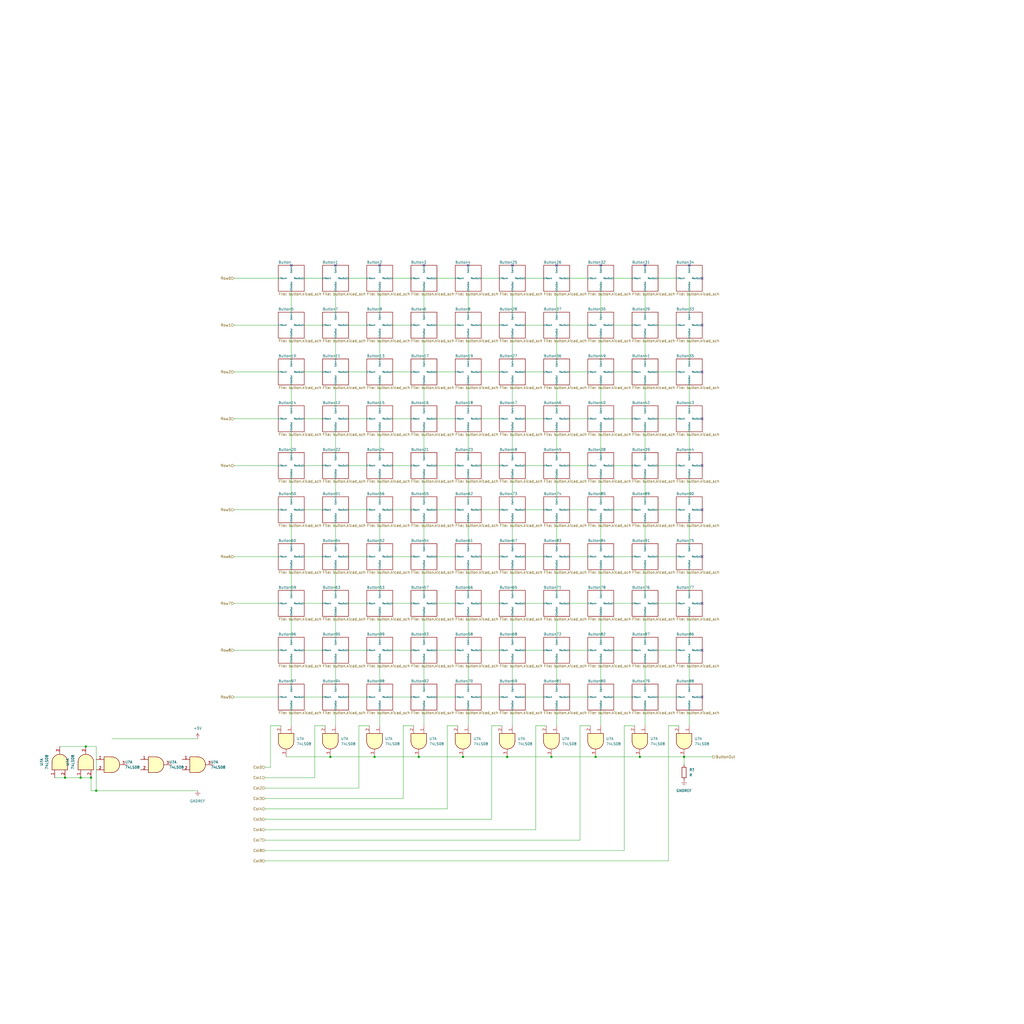
<source format=kicad_sch>
(kicad_sch (version 20211123) (generator eeschema)
  (paper "User" 499.999 499.999)
  (junction (at 41.91 364.49))
  (junction (at 182.88 369.57))
  (junction (at 226.06 369.57))
  (junction (at 290.83 369.57))
  (junction (at 31.75 379.73))
  (junction (at 39.37 379.73))
  (junction (at 161.29 369.57))
  (junction (at 247.65 369.57))
  (junction (at 44.45 379.73))
  (junction (at 204.47 369.57))
  (junction (at 334.01 369.57))
  (junction (at 312.42 369.57))
  (junction (at 269.24 369.57))
  (junction (at 46.99 386.08))
  (no_connect (at 342.9 227.33))
  (no_connect (at 342.9 271.78))
  (no_connect (at 342.9 248.92))
  (no_connect (at 342.9 294.64))
  (no_connect (at 342.9 158.75))
  (no_connect (at 342.9 204.47))
  (no_connect (at 342.9 181.61))
  (no_connect (at 342.9 135.89))
  (no_connect (at 336.55 129.54))
  (no_connect (at 314.96 129.54))
  (no_connect (at 293.37 129.54))
  (no_connect (at 207.01 129.54))
  (no_connect (at 185.42 129.54))
  (no_connect (at 163.83 129.54))
  (no_connect (at 142.24 129.54))
  (no_connect (at 342.9 340.36))
  (no_connect (at 342.9 317.5))
  (no_connect (at 271.78 129.54))
  (no_connect (at 250.19 129.54))
  (no_connect (at 228.6 129.54))
  (wire (pts (xy 321.31 340.36) (xy 330.2 340.36)))
  (wire (pts (xy 163.83 233.68) (xy 163.83 242.57)))
  (wire (pts (xy 114.3 340.36) (xy 135.89 340.36)))
  (wire (pts (xy 163.83 187.96) (xy 163.83 198.12)))
  (wire (pts (xy 293.37 165.1) (xy 293.37 175.26)))
  (wire (pts (xy 321.31 135.89) (xy 330.2 135.89)))
  (wire (pts (xy 299.72 227.33) (xy 308.61 227.33)))
  (wire (pts (xy 293.37 233.68) (xy 293.37 242.57)))
  (wire (pts (xy 170.18 135.89) (xy 179.07 135.89)))
  (wire (pts (xy 228.6 233.68) (xy 228.6 242.57)))
  (wire (pts (xy 271.78 278.13) (xy 271.78 288.29)))
  (wire (pts (xy 278.13 181.61) (xy 287.02 181.61)))
  (wire (pts (xy 185.42 187.96) (xy 185.42 198.12)))
  (wire (pts (xy 314.96 187.96) (xy 314.96 198.12)))
  (wire (pts (xy 299.72 340.36) (xy 308.61 340.36)))
  (wire (pts (xy 250.19 142.24) (xy 250.19 152.4)))
  (wire (pts (xy 142.24 278.13) (xy 142.24 288.29)))
  (wire (pts (xy 148.59 271.78) (xy 157.48 271.78)))
  (wire (pts (xy 228.6 300.99) (xy 228.6 311.15)))
  (wire (pts (xy 278.13 158.75) (xy 287.02 158.75)))
  (wire (pts (xy 250.19 210.82) (xy 250.19 220.98)))
  (wire (pts (xy 256.54 248.92) (xy 265.43 248.92)))
  (wire (pts (xy 278.13 204.47) (xy 287.02 204.47)))
  (wire (pts (xy 299.72 158.75) (xy 308.61 158.75)))
  (wire (pts (xy 336.55 255.27) (xy 336.55 265.43)))
  (wire (pts (xy 228.6 323.85) (xy 228.6 334.01)))
  (wire (pts (xy 153.67 379.73) (xy 153.67 354.33)))
  (wire (pts (xy 161.29 369.57) (xy 182.88 369.57)))
  (wire (pts (xy 175.26 354.33) (xy 180.34 354.33)))
  (wire (pts (xy 299.72 135.89) (xy 308.61 135.89)))
  (wire (pts (xy 185.42 165.1) (xy 185.42 175.26)))
  (wire (pts (xy 185.42 210.82) (xy 185.42 220.98)))
  (wire (pts (xy 213.36 204.47) (xy 222.25 204.47)))
  (wire (pts (xy 163.83 278.13) (xy 163.83 288.29)))
  (wire (pts (xy 228.6 165.1) (xy 228.6 175.26)))
  (wire (pts (xy 207.01 142.24) (xy 207.01 152.4)))
  (wire (pts (xy 278.13 340.36) (xy 287.02 340.36)))
  (wire (pts (xy 271.78 233.68) (xy 271.78 242.57)))
  (wire (pts (xy 163.83 346.71) (xy 163.83 354.33)))
  (wire (pts (xy 321.31 204.47) (xy 330.2 204.47)))
  (wire (pts (xy 314.96 278.13) (xy 314.96 288.29)))
  (wire (pts (xy 175.26 384.81) (xy 175.26 354.33)))
  (wire (pts (xy 142.24 255.27) (xy 142.24 265.43)))
  (wire (pts (xy 234.95 135.89) (xy 243.84 135.89)))
  (wire (pts (xy 207.01 255.27) (xy 207.01 265.43)))
  (wire (pts (xy 334.01 369.57) (xy 347.98 369.57)))
  (wire (pts (xy 163.83 210.82) (xy 163.83 220.98)))
  (wire (pts (xy 44.45 386.08) (xy 46.99 386.08)))
  (wire (pts (xy 314.96 165.1) (xy 314.96 175.26)))
  (wire (pts (xy 129.54 384.81) (xy 175.26 384.81)))
  (wire (pts (xy 46.99 364.49) (xy 46.99 386.08)))
  (wire (pts (xy 148.59 340.36) (xy 157.48 340.36)))
  (wire (pts (xy 293.37 210.82) (xy 293.37 220.98)))
  (wire (pts (xy 114.3 271.78) (xy 135.89 271.78)))
  (wire (pts (xy 191.77 271.78) (xy 200.66 271.78)))
  (wire (pts (xy 336.55 323.85) (xy 336.55 334.01)))
  (wire (pts (xy 256.54 181.61) (xy 265.43 181.61)))
  (wire (pts (xy 247.65 369.57) (xy 269.24 369.57)))
  (wire (pts (xy 114.3 294.64) (xy 135.89 294.64)))
  (wire (pts (xy 299.72 317.5) (xy 308.61 317.5)))
  (wire (pts (xy 191.77 294.64) (xy 200.66 294.64)))
  (wire (pts (xy 39.37 379.73) (xy 44.45 379.73)))
  (wire (pts (xy 142.24 233.68) (xy 142.24 242.57)))
  (wire (pts (xy 213.36 271.78) (xy 222.25 271.78)))
  (wire (pts (xy 114.3 158.75) (xy 135.89 158.75)))
  (wire (pts (xy 170.18 271.78) (xy 179.07 271.78)))
  (wire (pts (xy 129.54 389.89) (xy 196.85 389.89)))
  (wire (pts (xy 191.77 158.75) (xy 200.66 158.75)))
  (wire (pts (xy 234.95 158.75) (xy 243.84 158.75)))
  (wire (pts (xy 148.59 248.92) (xy 157.48 248.92)))
  (wire (pts (xy 234.95 271.78) (xy 243.84 271.78)))
  (wire (pts (xy 185.42 346.71) (xy 185.42 354.33)))
  (wire (pts (xy 314.96 255.27) (xy 314.96 265.43)))
  (wire (pts (xy 250.19 233.68) (xy 250.19 242.57)))
  (wire (pts (xy 26.67 379.73) (xy 31.75 379.73)))
  (wire (pts (xy 278.13 294.64) (xy 287.02 294.64)))
  (wire (pts (xy 129.54 405.13) (xy 261.62 405.13)))
  (wire (pts (xy 191.77 227.33) (xy 200.66 227.33)))
  (wire (pts (xy 278.13 227.33) (xy 287.02 227.33)))
  (wire (pts (xy 148.59 317.5) (xy 157.48 317.5)))
  (wire (pts (xy 256.54 271.78) (xy 265.43 271.78)))
  (wire (pts (xy 46.99 386.08) (xy 96.52 386.08)))
  (wire (pts (xy 234.95 204.47) (xy 243.84 204.47)))
  (wire (pts (xy 293.37 255.27) (xy 293.37 265.43)))
  (wire (pts (xy 293.37 142.24) (xy 293.37 152.4)))
  (wire (pts (xy 321.31 317.5) (xy 330.2 317.5)))
  (wire (pts (xy 129.54 420.37) (xy 326.39 420.37)))
  (wire (pts (xy 299.72 294.64) (xy 308.61 294.64)))
  (wire (pts (xy 228.6 255.27) (xy 228.6 265.43)))
  (wire (pts (xy 256.54 317.5) (xy 265.43 317.5)))
  (wire (pts (xy 271.78 142.24) (xy 271.78 152.4)))
  (wire (pts (xy 261.62 405.13) (xy 261.62 354.33)))
  (wire (pts (xy 234.95 317.5) (xy 243.84 317.5)))
  (wire (pts (xy 271.78 346.71) (xy 271.78 354.33)))
  (wire (pts (xy 170.18 340.36) (xy 179.07 340.36)))
  (wire (pts (xy 228.6 346.71) (xy 228.6 354.33)))
  (wire (pts (xy 240.03 354.33) (xy 245.11 354.33)))
  (wire (pts (xy 191.77 135.89) (xy 200.66 135.89)))
  (wire (pts (xy 207.01 278.13) (xy 207.01 288.29)))
  (wire (pts (xy 234.95 294.64) (xy 243.84 294.64)))
  (wire (pts (xy 314.96 323.85) (xy 314.96 334.01)))
  (wire (pts (xy 153.67 354.33) (xy 158.75 354.33)))
  (wire (pts (xy 170.18 204.47) (xy 179.07 204.47)))
  (wire (pts (xy 142.24 300.99) (xy 142.24 311.15)))
  (wire (pts (xy 185.42 323.85) (xy 185.42 334.01)))
  (wire (pts (xy 278.13 271.78) (xy 287.02 271.78)))
  (wire (pts (xy 218.44 354.33) (xy 223.52 354.33)))
  (wire (pts (xy 336.55 210.82) (xy 336.55 220.98)))
  (wire (pts (xy 234.95 227.33) (xy 243.84 227.33)))
  (wire (pts (xy 41.91 364.49) (xy 46.99 364.49)))
  (wire (pts (xy 326.39 354.33) (xy 331.47 354.33)))
  (wire (pts (xy 293.37 300.99) (xy 293.37 311.15)))
  (wire (pts (xy 234.95 248.92) (xy 243.84 248.92)))
  (wire (pts (xy 129.54 400.05) (xy 240.03 400.05)))
  (wire (pts (xy 129.54 379.73) (xy 153.67 379.73)))
  (wire (pts (xy 256.54 135.89) (xy 265.43 135.89)))
  (wire (pts (xy 213.36 317.5) (xy 222.25 317.5)))
  (wire (pts (xy 31.75 379.73) (xy 39.37 379.73)))
  (wire (pts (xy 182.88 369.57) (xy 204.47 369.57)))
  (wire (pts (xy 250.19 255.27) (xy 250.19 265.43)))
  (wire (pts (xy 321.31 181.61) (xy 330.2 181.61)))
  (wire (pts (xy 163.83 165.1) (xy 163.83 175.26)))
  (wire (pts (xy 114.3 248.92) (xy 135.89 248.92)))
  (wire (pts (xy 299.72 271.78) (xy 308.61 271.78)))
  (wire (pts (xy 114.3 135.89) (xy 135.89 135.89)))
  (wire (pts (xy 256.54 158.75) (xy 265.43 158.75)))
  (wire (pts (xy 213.36 294.64) (xy 222.25 294.64)))
  (wire (pts (xy 250.19 300.99) (xy 250.19 311.15)))
  (wire (pts (xy 54.61 360.68) (xy 96.52 360.68)))
  (wire (pts (xy 148.59 294.64) (xy 157.48 294.64)))
  (wire (pts (xy 163.83 142.24) (xy 163.83 152.4)))
  (wire (pts (xy 250.19 346.71) (xy 250.19 354.33)))
  (wire (pts (xy 191.77 248.92) (xy 200.66 248.92)))
  (wire (pts (xy 142.24 210.82) (xy 142.24 220.98)))
  (wire (pts (xy 250.19 278.13) (xy 250.19 288.29)))
  (wire (pts (xy 129.54 415.29) (xy 304.8 415.29)))
  (wire (pts (xy 196.85 389.89) (xy 196.85 354.33)))
  (wire (pts (xy 314.96 210.82) (xy 314.96 220.98)))
  (wire (pts (xy 213.36 227.33) (xy 222.25 227.33)))
  (wire (pts (xy 207.01 210.82) (xy 207.01 220.98)))
  (wire (pts (xy 170.18 158.75) (xy 179.07 158.75)))
  (wire (pts (xy 170.18 317.5) (xy 179.07 317.5)))
  (wire (pts (xy 278.13 317.5) (xy 287.02 317.5)))
  (wire (pts (xy 185.42 255.27) (xy 185.42 265.43)))
  (wire (pts (xy 326.39 420.37) (xy 326.39 354.33)))
  (wire (pts (xy 278.13 135.89) (xy 287.02 135.89)))
  (wire (pts (xy 148.59 181.61) (xy 157.48 181.61)))
  (wire (pts (xy 234.95 340.36) (xy 243.84 340.36)))
  (wire (pts (xy 314.96 233.68) (xy 314.96 242.57)))
  (wire (pts (xy 207.01 346.71) (xy 207.01 354.33)))
  (wire (pts (xy 250.19 187.96) (xy 250.19 198.12)))
  (wire (pts (xy 278.13 248.92) (xy 287.02 248.92)))
  (wire (pts (xy 44.45 379.73) (xy 44.45 386.08)))
  (wire (pts (xy 142.24 142.24) (xy 142.24 152.4)))
  (wire (pts (xy 299.72 248.92) (xy 308.61 248.92)))
  (wire (pts (xy 336.55 187.96) (xy 336.55 198.12)))
  (wire (pts (xy 304.8 354.33) (xy 309.88 354.33)))
  (wire (pts (xy 271.78 255.27) (xy 271.78 265.43)))
  (wire (pts (xy 132.08 354.33) (xy 137.16 354.33)))
  (wire (pts (xy 114.3 227.33) (xy 135.89 227.33)))
  (wire (pts (xy 293.37 323.85) (xy 293.37 334.01)))
  (wire (pts (xy 321.31 294.64) (xy 330.2 294.64)))
  (wire (pts (xy 321.31 271.78) (xy 330.2 271.78)))
  (wire (pts (xy 114.3 181.61) (xy 135.89 181.61)))
  (wire (pts (xy 256.54 340.36) (xy 265.43 340.36)))
  (wire (pts (xy 185.42 233.68) (xy 185.42 242.57)))
  (wire (pts (xy 207.01 300.99) (xy 207.01 311.15)))
  (wire (pts (xy 148.59 135.89) (xy 157.48 135.89)))
  (wire (pts (xy 283.21 354.33) (xy 288.29 354.33)))
  (wire (pts (xy 299.72 204.47) (xy 308.61 204.47)))
  (wire (pts (xy 271.78 210.82) (xy 271.78 220.98)))
  (wire (pts (xy 170.18 181.61) (xy 179.07 181.61)))
  (wire (pts (xy 129.54 374.65) (xy 132.08 374.65)))
  (wire (pts (xy 240.03 400.05) (xy 240.03 354.33)))
  (wire (pts (xy 336.55 346.71) (xy 336.55 354.33)))
  (wire (pts (xy 129.54 394.97) (xy 218.44 394.97)))
  (wire (pts (xy 114.3 317.5) (xy 135.89 317.5)))
  (wire (pts (xy 256.54 294.64) (xy 265.43 294.64)))
  (wire (pts (xy 148.59 227.33) (xy 157.48 227.33)))
  (wire (pts (xy 191.77 317.5) (xy 200.66 317.5)))
  (wire (pts (xy 261.62 354.33) (xy 266.7 354.33)))
  (wire (pts (xy 321.31 158.75) (xy 330.2 158.75)))
  (wire (pts (xy 142.24 165.1) (xy 142.24 175.26)))
  (wire (pts (xy 314.96 300.99) (xy 314.96 311.15)))
  (wire (pts (xy 213.36 248.92) (xy 222.25 248.92)))
  (wire (pts (xy 250.19 165.1) (xy 250.19 175.26)))
  (wire (pts (xy 234.95 181.61) (xy 243.84 181.61)))
  (wire (pts (xy 304.8 415.29) (xy 304.8 354.33)))
  (wire (pts (xy 314.96 142.24) (xy 314.96 152.4)))
  (wire (pts (xy 213.36 340.36) (xy 222.25 340.36)))
  (wire (pts (xy 312.42 369.57) (xy 334.01 369.57)))
  (wire (pts (xy 336.55 300.99) (xy 336.55 311.15)))
  (wire (pts (xy 271.78 165.1) (xy 271.78 175.26)))
  (wire (pts (xy 170.18 248.92) (xy 179.07 248.92)))
  (wire (pts (xy 142.24 187.96) (xy 142.24 198.12)))
  (wire (pts (xy 142.24 323.85) (xy 142.24 334.01)))
  (wire (pts (xy 185.42 300.99) (xy 185.42 311.15)))
  (wire (pts (xy 290.83 369.57) (xy 312.42 369.57)))
  (wire (pts (xy 196.85 354.33) (xy 201.93 354.33)))
  (wire (pts (xy 132.08 374.65) (xy 132.08 354.33)))
  (wire (pts (xy 321.31 248.92) (xy 330.2 248.92)))
  (wire (pts (xy 321.31 227.33) (xy 330.2 227.33)))
  (wire (pts (xy 269.24 369.57) (xy 290.83 369.57)))
  (wire (pts (xy 207.01 165.1) (xy 207.01 175.26)))
  (wire (pts (xy 163.83 323.85) (xy 163.83 334.01)))
  (wire (pts (xy 336.55 233.68) (xy 336.55 242.57)))
  (wire (pts (xy 293.37 187.96) (xy 293.37 198.12)))
  (wire (pts (xy 207.01 187.96) (xy 207.01 198.12)))
  (wire (pts (xy 293.37 278.13) (xy 293.37 288.29)))
  (wire (pts (xy 191.77 204.47) (xy 200.66 204.47)))
  (wire (pts (xy 185.42 142.24) (xy 185.42 152.4)))
  (wire (pts (xy 29.21 364.49) (xy 41.91 364.49)))
  (wire (pts (xy 148.59 204.47) (xy 157.48 204.47)))
  (wire (pts (xy 293.37 346.71) (xy 293.37 354.33)))
  (wire (pts (xy 139.7 369.57) (xy 161.29 369.57)))
  (wire (pts (xy 213.36 135.89) (xy 222.25 135.89)))
  (wire (pts (xy 336.55 142.24) (xy 336.55 152.4)))
  (wire (pts (xy 191.77 181.61) (xy 200.66 181.61)))
  (wire (pts (xy 228.6 187.96) (xy 228.6 198.12)))
  (wire (pts (xy 204.47 369.57) (xy 226.06 369.57)))
  (wire (pts (xy 185.42 278.13) (xy 185.42 288.29)))
  (wire (pts (xy 226.06 369.57) (xy 247.65 369.57)))
  (wire (pts (xy 191.77 340.36) (xy 200.66 340.36)))
  (wire (pts (xy 114.3 204.47) (xy 135.89 204.47)))
  (wire (pts (xy 207.01 233.68) (xy 207.01 242.57)))
  (wire (pts (xy 170.18 294.64) (xy 179.07 294.64)))
  (wire (pts (xy 170.18 227.33) (xy 179.07 227.33)))
  (wire (pts (xy 207.01 323.85) (xy 207.01 334.01)))
  (wire (pts (xy 163.83 300.99) (xy 163.83 311.15)))
  (wire (pts (xy 336.55 278.13) (xy 336.55 288.29)))
  (wire (pts (xy 314.96 346.71) (xy 314.96 354.33)))
  (wire (pts (xy 213.36 158.75) (xy 222.25 158.75)))
  (wire (pts (xy 334.01 369.57) (xy 334.01 373.38)))
  (wire (pts (xy 129.54 410.21) (xy 283.21 410.21)))
  (wire (pts (xy 163.83 255.27) (xy 163.83 265.43)))
  (wire (pts (xy 142.24 346.71) (xy 142.24 354.33)))
  (wire (pts (xy 271.78 300.99) (xy 271.78 311.15)))
  (wire (pts (xy 299.72 181.61) (xy 308.61 181.61)))
  (wire (pts (xy 228.6 278.13) (xy 228.6 288.29)))
  (wire (pts (xy 336.55 165.1) (xy 336.55 175.26)))
  (wire (pts (xy 218.44 394.97) (xy 218.44 354.33)))
  (wire (pts (xy 250.19 323.85) (xy 250.19 334.01)))
  (wire (pts (xy 213.36 181.61) (xy 222.25 181.61)))
  (wire (pts (xy 228.6 210.82) (xy 228.6 220.98)))
  (wire (pts (xy 256.54 227.33) (xy 265.43 227.33)))
  (wire (pts (xy 271.78 187.96) (xy 271.78 198.12)))
  (wire (pts (xy 271.78 323.85) (xy 271.78 334.01)))
  (wire (pts (xy 148.59 158.75) (xy 157.48 158.75)))
  (wire (pts (xy 228.6 142.24) (xy 228.6 152.4)))
  (wire (pts (xy 256.54 204.47) (xy 265.43 204.47)))
  (wire (pts (xy 283.21 410.21) (xy 283.21 354.33)))
  (hierarchical_label "Row6" (shape input) (at 114.3 271.78 180))
  (hierarchical_label "Row7" (shape input) (at 114.3 294.64 180))
  (hierarchical_label "Row0" (shape input) (at 114.3 135.89 180))
  (hierarchical_label "Row2" (shape input) (at 114.3 181.61 180))
  (hierarchical_label "Col9" (shape input) (at 129.54 420.37 180))
  (hierarchical_label "Row3" (shape input) (at 114.3 204.47 180))
  (hierarchical_label "Row8" (shape input) (at 114.3 317.5 180))
  (hierarchical_label "ButtonOut" (shape output) (at 347.98 369.57 0))
  (hierarchical_label "Col2" (shape input) (at 129.54 384.81 180))
  (hierarchical_label "Col1" (shape input) (at 129.54 379.73 180))
  (hierarchical_label "Row9" (shape input) (at 114.3 340.36 180))
  (hierarchical_label "Row4" (shape input) (at 114.3 227.33 180))
  (hierarchical_label "Col4" (shape input) (at 129.54 394.97 180))
  (hierarchical_label "Col7" (shape input) (at 129.54 410.21 180))
  (hierarchical_label "Row5" (shape input) (at 114.3 248.92 180))
  (hierarchical_label "Row1" (shape input) (at 114.3 158.75 180))
  (hierarchical_label "Col5" (shape input) (at 129.54 400.05 180))
  (hierarchical_label "Col6" (shape input) (at 129.54 405.13 180))
  (hierarchical_label "Col0" (shape input) (at 129.54 374.65 180))
  (hierarchical_label "Col3" (shape input) (at 129.54 389.89 180))
  (hierarchical_label "Col8" (shape input) (at 129.54 415.29 180))
  (symbol (lib_id "74xx:74LS08") (at 76.2 373.38 0)
    (property "Reference" "U?" (at 82.55 372.1099 0) (effects (justify left)))
    (property "Value" "74LS08" (at 82.55 374.6499 0) (effects (justify left)))
    (property "Datasheet" "http://www.ti.com/lit/gpn/sn74LS08" (effects hide))
  )
  (symbol (lib_id "74xx:74LS08") (at 161.29 361.95 270)
    (property "Reference" "U?" (at 166.37 360.6799 90) (effects (justify left)))
    (property "Value" "74LS08" (at 166.37 363.2199 90) (effects (justify left)))
    (property "Datasheet" "http://www.ti.com/lit/gpn/sn74LS08" (effects hide))
  )
  (symbol (lib_id "74xx:74LS08") (at 312.42 361.95 270)
    (property "Reference" "U?" (at 317.5 360.6799 90) (effects (justify left)))
    (property "Value" "74LS08" (at 317.5 363.2199 90) (effects (justify left)))
    (property "Datasheet" "http://www.ti.com/lit/gpn/sn74LS08" (effects hide))
  )
  (symbol (lib_id "power:+5V") (at 96.52 360.68 0)
    (property "Reference" "#PWR?" (effects hide))
    (property "Value" "+5V" (at 96.52 355.6 0))
  )
  (symbol (lib_id "74xx:74LS08") (at 269.24 361.95 270)
    (property "Reference" "U?" (at 274.32 360.6799 90) (effects (justify left)))
    (property "Value" "74LS08" (at 274.32 363.2199 90) (effects (justify left)))
    (property "Datasheet" "http://www.ti.com/lit/gpn/sn74LS08" (effects hide))
  )
  (symbol (lib_id "74xx:74LS08") (at 96.52 373.38 0)
    (property "Reference" "U?" (at 102.87 372.1099 0) (effects (justify left)))
    (property "Value" "74LS08" (at 102.87 374.6499 0) (effects (justify left)))
    (property "Datasheet" "http://www.ti.com/lit/gpn/sn74LS08" (effects hide))
  )
  (symbol (lib_id "74xx:74LS08") (at 334.01 361.95 270)
    (property "Reference" "U?" (at 339.09 360.6799 90) (effects (justify left)))
    (property "Value" "74LS08" (at 339.09 363.2199 90) (effects (justify left)))
    (property "Datasheet" "http://www.ti.com/lit/gpn/sn74LS08" (effects hide))
  )
  (symbol (lib_id "74xx:74LS08") (at 290.83 361.95 270)
    (property "Reference" "U?" (at 295.91 360.6799 90) (effects (justify left)))
    (property "Value" "74LS08" (at 295.91 363.2199 90) (effects (justify left)))
    (property "Datasheet" "http://www.ti.com/lit/gpn/sn74LS08" (effects hide))
  )
  (symbol (lib_id "power:GNDREF") (at 96.52 386.08 0)
    (property "Reference" "#PWR?" (effects hide))
    (property "Value" "GNDREF" (at 96.52 391.16 0))
  )
  (symbol (lib_id "Device:R") (at 334.01 377.19 0)
    (property "Reference" "R?" (at 336.55 375.9199 0) (effects (justify left)))
    (property "Value" "R" (at 336.55 378.4599 0) (effects (justify left)))
  )
  (symbol (lib_id "74xx:74LS08") (at 247.65 361.95 270)
    (property "Reference" "U?" (at 252.73 360.6799 90) (effects (justify left)))
    (property "Value" "74LS08" (at 252.73 363.2199 90) (effects (justify left)))
    (property "Datasheet" "http://www.ti.com/lit/gpn/sn74LS08" (effects hide))
  )
  (symbol (lib_id "74xx:74LS08") (at 204.47 361.95 270)
    (property "Reference" "U?" (at 209.55 360.6799 90) (effects (justify left)))
    (property "Value" "74LS08" (at 209.55 363.2199 90) (effects (justify left)))
    (property "Datasheet" "http://www.ti.com/lit/gpn/sn74LS08" (effects hide))
  )
  (symbol (lib_id "74xx:74LS08") (at 226.06 361.95 270)
    (property "Reference" "U?" (at 231.14 360.6799 90) (effects (justify left)))
    (property "Value" "74LS08" (at 231.14 363.2199 90) (effects (justify left)))
    (property "Datasheet" "http://www.ti.com/lit/gpn/sn74LS08" (effects hide))
  )
  (symbol (lib_id "74xx:74LS08") (at 41.91 372.11 90)
    (property "Reference" "U?" (at 33.02 372.11 0))
    (property "Value" "74LS08" (at 35.56 372.11 0))
    (property "Datasheet" "http://www.ti.com/lit/gpn/sn74LS08" (effects hide))
  )
  (symbol (lib_id "74xx:74LS08") (at 54.61 373.38 0)
    (property "Reference" "U?" (at 60.96 372.1099 0) (effects (justify left)))
    (property "Value" "74LS08" (at 60.96 374.6499 0) (effects (justify left)))
    (property "Datasheet" "http://www.ti.com/lit/gpn/sn74LS08" (effects hide))
  )
  (symbol (lib_id "74xx:74LS08") (at 182.88 361.95 270)
    (property "Reference" "U?" (at 187.96 360.6799 90) (effects (justify left)))
    (property "Value" "74LS08" (at 187.96 363.2199 90) (effects (justify left)))
    (property "Datasheet" "http://www.ti.com/lit/gpn/sn74LS08" (effects hide))
  )
  (symbol (lib_id "74xx:74LS08") (at 29.21 372.11 90)
    (property "Reference" "U?" (at 20.32 372.11 0))
    (property "Value" "74LS08" (at 22.86 372.11 0))
    (property "Datasheet" "http://www.ti.com/lit/gpn/sn74LS08" (effects hide))
  )
  (symbol (lib_id "74xx:74LS08") (at 139.7 361.95 270)
    (property "Reference" "U?" (at 144.78 360.6799 90) (effects (justify left)))
    (property "Value" "74LS08" (at 144.78 363.2199 90) (effects (justify left)))
    (property "Datasheet" "http://www.ti.com/lit/gpn/sn74LS08" (effects hide))
  )
  (symbol (lib_id "power:GNDREF") (at 334.01 381 0)
    (property "Reference" "#PWR?" (effects hide))
    (property "Value" "GNDREF" (at 334.01 386.08 0))
  )
  (sheet (at 222.25 311.15) (size 12.7 12.7) (stroke (width 0.1524))
    (property "Sheet name" "Button58" (at 222.25 310.4384 0) (effects (justify left bottom)))
    (property "Sheet file" "button.kicad_sch" (at 222.25 324.4346 0) (effects (justify left top)))
    (pin "RowIn" input (at 222.25 317.5 180) (effects (font (size 0.75 0.75))))
    (pin "RowOut" output (at 234.95 317.5 0) (effects (font (size 0.75 0.75))))
    (pin "ColIn" input (at 228.6 311.15 90) (effects (font (size 0.75 0.75))))
    (pin "ColOut" output (at 228.6 323.85 270) (effects (font (size 0.75 0.75))))
  )
  (sheet (at 135.89 198.12) (size 12.7 12.7) (stroke (width 0.1524))
    (property "Sheet name" "Button14" (at 135.89 197.4084 0) (effects (justify left bottom)))
    (property "Sheet file" "button.kicad_sch" (at 135.89 211.4046 0) (effects (justify left top)))
    (pin "RowIn" input (at 135.89 204.47 180) (effects (font (size 0.75 0.75))))
    (pin "RowOut" output (at 148.59 204.47 0) (effects (font (size 0.75 0.75))))
    (pin "ColIn" input (at 142.24 198.12 90) (effects (font (size 0.75 0.75))))
    (pin "ColOut" output (at 142.24 210.82 270) (effects (font (size 0.75 0.75))))
  )
  (sheet (at 265.43 242.57) (size 12.7 12.7) (stroke (width 0.1524))
    (property "Sheet name" "Button74" (at 265.43 241.8584 0) (effects (justify left bottom)))
    (property "Sheet file" "button.kicad_sch" (at 265.43 255.8546 0) (effects (justify left top)))
    (pin "RowIn" input (at 265.43 248.92 180) (effects (font (size 0.75 0.75))))
    (pin "RowOut" output (at 278.13 248.92 0) (effects (font (size 0.75 0.75))))
    (pin "ColIn" input (at 271.78 242.57 90) (effects (font (size 0.75 0.75))))
    (pin "ColOut" output (at 271.78 255.27 270) (effects (font (size 0.75 0.75))))
  )
  (sheet (at 308.61 265.43) (size 12.7 12.7) (stroke (width 0.1524))
    (property "Sheet name" "Button91" (at 308.61 264.7184 0) (effects (justify left bottom)))
    (property "Sheet file" "button.kicad_sch" (at 308.61 278.7146 0) (effects (justify left top)))
    (pin "RowIn" input (at 308.61 271.78 180) (effects (font (size 0.75 0.75))))
    (pin "RowOut" output (at 321.31 271.78 0) (effects (font (size 0.75 0.75))))
    (pin "ColIn" input (at 314.96 265.43 90) (effects (font (size 0.75 0.75))))
    (pin "ColOut" output (at 314.96 278.13 270) (effects (font (size 0.75 0.75))))
  )
  (sheet (at 135.89 265.43) (size 12.7 12.7) (stroke (width 0.1524))
    (property "Sheet name" "Button60" (at 135.89 264.7184 0) (effects (justify left bottom)))
    (property "Sheet file" "button.kicad_sch" (at 135.89 278.7146 0) (effects (justify left top)))
    (pin "RowIn" input (at 135.89 271.78 180) (effects (font (size 0.75 0.75))))
    (pin "RowOut" output (at 148.59 271.78 0) (effects (font (size 0.75 0.75))))
    (pin "ColIn" input (at 142.24 265.43 90) (effects (font (size 0.75 0.75))))
    (pin "ColOut" output (at 142.24 278.13 270) (effects (font (size 0.75 0.75))))
  )
  (sheet (at 287.02 129.54) (size 12.7 12.7) (stroke (width 0.1524))
    (property "Sheet name" "Button32" (at 287.02 128.8284 0) (effects (justify left bottom)))
    (property "Sheet file" "button.kicad_sch" (at 287.02 142.8246 0) (effects (justify left top)))
    (pin "RowIn" input (at 287.02 135.89 180) (effects (font (size 0.75 0.75))))
    (pin "RowOut" output (at 299.72 135.89 0) (effects (font (size 0.75 0.75))))
    (pin "ColIn" input (at 293.37 129.54 90) (effects (font (size 0.75 0.75))))
    (pin "ColOut" output (at 293.37 142.24 270) (effects (font (size 0.75 0.75))))
  )
  (sheet (at 200.66 220.98) (size 12.7 12.7) (stroke (width 0.1524))
    (property "Sheet name" "Button21" (at 200.66 220.2684 0) (effects (justify left bottom)))
    (property "Sheet file" "button.kicad_sch" (at 200.66 234.2646 0) (effects (justify left top)))
    (pin "RowIn" input (at 200.66 227.33 180) (effects (font (size 0.75 0.75))))
    (pin "RowOut" output (at 213.36 227.33 0) (effects (font (size 0.75 0.75))))
    (pin "ColIn" input (at 207.01 220.98 90) (effects (font (size 0.75 0.75))))
    (pin "ColOut" output (at 207.01 233.68 270) (effects (font (size 0.75 0.75))))
  )
  (sheet (at 265.43 220.98) (size 12.7 12.7) (stroke (width 0.1524))
    (property "Sheet name" "Button45" (at 265.43 220.2684 0) (effects (justify left bottom)))
    (property "Sheet file" "button.kicad_sch" (at 265.43 234.2646 0) (effects (justify left top)))
    (pin "RowIn" input (at 265.43 227.33 180) (effects (font (size 0.75 0.75))))
    (pin "RowOut" output (at 278.13 227.33 0) (effects (font (size 0.75 0.75))))
    (pin "ColIn" input (at 271.78 220.98 90) (effects (font (size 0.75 0.75))))
    (pin "ColOut" output (at 271.78 233.68 270) (effects (font (size 0.75 0.75))))
  )
  (sheet (at 135.89 175.26) (size 12.7 12.7) (stroke (width 0.1524))
    (property "Sheet name" "Button10" (at 135.89 174.5484 0) (effects (justify left bottom)))
    (property "Sheet file" "button.kicad_sch" (at 135.89 188.5446 0) (effects (justify left top)))
    (pin "RowIn" input (at 135.89 181.61 180) (effects (font (size 0.75 0.75))))
    (pin "RowOut" output (at 148.59 181.61 0) (effects (font (size 0.75 0.75))))
    (pin "ColIn" input (at 142.24 175.26 90) (effects (font (size 0.75 0.75))))
    (pin "ColOut" output (at 142.24 187.96 270) (effects (font (size 0.75 0.75))))
  )
  (sheet (at 265.43 152.4) (size 12.7 12.7) (stroke (width 0.1524))
    (property "Sheet name" "Button37" (at 265.43 151.6884 0) (effects (justify left bottom)))
    (property "Sheet file" "button.kicad_sch" (at 265.43 165.6846 0) (effects (justify left top)))
    (pin "RowIn" input (at 265.43 158.75 180) (effects (font (size 0.75 0.75))))
    (pin "RowOut" output (at 278.13 158.75 0) (effects (font (size 0.75 0.75))))
    (pin "ColIn" input (at 271.78 152.4 90) (effects (font (size 0.75 0.75))))
    (pin "ColOut" output (at 271.78 165.1 270) (effects (font (size 0.75 0.75))))
  )
  (sheet (at 222.25 220.98) (size 12.7 12.7) (stroke (width 0.1524))
    (property "Sheet name" "Button23" (at 222.25 220.2684 0) (effects (justify left bottom)))
    (property "Sheet file" "button.kicad_sch" (at 222.25 234.2646 0) (effects (justify left top)))
    (pin "RowIn" input (at 222.25 227.33 180) (effects (font (size 0.75 0.75))))
    (pin "RowOut" output (at 234.95 227.33 0) (effects (font (size 0.75 0.75))))
    (pin "ColIn" input (at 228.6 220.98 90) (effects (font (size 0.75 0.75))))
    (pin "ColOut" output (at 228.6 233.68 270) (effects (font (size 0.75 0.75))))
  )
  (sheet (at 330.2 311.15) (size 12.7 12.7) (stroke (width 0.1524))
    (property "Sheet name" "Button86" (at 330.2 310.4384 0) (effects (justify left bottom)))
    (property "Sheet file" "button.kicad_sch" (at 330.2 324.4346 0) (effects (justify left top)))
    (pin "RowIn" input (at 330.2 317.5 180) (effects (font (size 0.75 0.75))))
    (pin "RowOut" output (at 342.9 317.5 0) (effects (font (size 0.75 0.75))))
    (pin "ColIn" input (at 336.55 311.15 90) (effects (font (size 0.75 0.75))))
    (pin "ColOut" output (at 336.55 323.85 270) (effects (font (size 0.75 0.75))))
  )
  (sheet (at 243.84 288.29) (size 12.7 12.7) (stroke (width 0.1524))
    (property "Sheet name" "Button65" (at 243.84 287.5784 0) (effects (justify left bottom)))
    (property "Sheet file" "button.kicad_sch" (at 243.84 301.5746 0) (effects (justify left top)))
    (pin "RowIn" input (at 243.84 294.64 180) (effects (font (size 0.75 0.75))))
    (pin "RowOut" output (at 256.54 294.64 0) (effects (font (size 0.75 0.75))))
    (pin "ColIn" input (at 250.19 288.29 90) (effects (font (size 0.75 0.75))))
    (pin "ColOut" output (at 250.19 300.99 270) (effects (font (size 0.75 0.75))))
  )
  (sheet (at 222.25 198.12) (size 12.7 12.7) (stroke (width 0.1524))
    (property "Sheet name" "Button18" (at 222.25 197.4084 0) (effects (justify left bottom)))
    (property "Sheet file" "button.kicad_sch" (at 222.25 211.4046 0) (effects (justify left top)))
    (pin "RowIn" input (at 222.25 204.47 180) (effects (font (size 0.75 0.75))))
    (pin "RowOut" output (at 234.95 204.47 0) (effects (font (size 0.75 0.75))))
    (pin "ColIn" input (at 228.6 198.12 90) (effects (font (size 0.75 0.75))))
    (pin "ColOut" output (at 228.6 210.82 270) (effects (font (size 0.75 0.75))))
  )
  (sheet (at 308.61 311.15) (size 12.7 12.7) (stroke (width 0.1524))
    (property "Sheet name" "Button87" (at 308.61 310.4384 0) (effects (justify left bottom)))
    (property "Sheet file" "button.kicad_sch" (at 308.61 324.4346 0) (effects (justify left top)))
    (pin "RowIn" input (at 308.61 317.5 180) (effects (font (size 0.75 0.75))))
    (pin "RowOut" output (at 321.31 317.5 0) (effects (font (size 0.75 0.75))))
    (pin "ColIn" input (at 314.96 311.15 90) (effects (font (size 0.75 0.75))))
    (pin "ColOut" output (at 314.96 323.85 270) (effects (font (size 0.75 0.75))))
  )
  (sheet (at 222.25 288.29) (size 12.7 12.7) (stroke (width 0.1524))
    (property "Sheet name" "Button66" (at 222.25 287.5784 0) (effects (justify left bottom)))
    (property "Sheet file" "button.kicad_sch" (at 222.25 301.5746 0) (effects (justify left top)))
    (pin "RowIn" input (at 222.25 294.64 180) (effects (font (size 0.75 0.75))))
    (pin "RowOut" output (at 234.95 294.64 0) (effects (font (size 0.75 0.75))))
    (pin "ColIn" input (at 228.6 288.29 90) (effects (font (size 0.75 0.75))))
    (pin "ColOut" output (at 228.6 300.99 270) (effects (font (size 0.75 0.75))))
  )
  (sheet (at 135.89 220.98) (size 12.7 12.7) (stroke (width 0.1524))
    (property "Sheet name" "Button20" (at 135.89 220.2684 0) (effects (justify left bottom)))
    (property "Sheet file" "button.kicad_sch" (at 135.89 234.2646 0) (effects (justify left top)))
    (pin "RowIn" input (at 135.89 227.33 180) (effects (font (size 0.75 0.75))))
    (pin "RowOut" output (at 148.59 227.33 0) (effects (font (size 0.75 0.75))))
    (pin "ColIn" input (at 142.24 220.98 90) (effects (font (size 0.75 0.75))))
    (pin "ColOut" output (at 142.24 233.68 270) (effects (font (size 0.75 0.75))))
  )
  (sheet (at 265.43 288.29) (size 12.7 12.7) (stroke (width 0.1524))
    (property "Sheet name" "Button71" (at 265.43 287.5784 0) (effects (justify left bottom)))
    (property "Sheet file" "button.kicad_sch" (at 265.43 301.5746 0) (effects (justify left top)))
    (pin "RowIn" input (at 265.43 294.64 180) (effects (font (size 0.75 0.75))))
    (pin "RowOut" output (at 278.13 294.64 0) (effects (font (size 0.75 0.75))))
    (pin "ColIn" input (at 271.78 288.29 90) (effects (font (size 0.75 0.75))))
    (pin "ColOut" output (at 271.78 300.99 270) (effects (font (size 0.75 0.75))))
  )
  (sheet (at 200.66 152.4) (size 12.7 12.7) (stroke (width 0.1524))
    (property "Sheet name" "Button6" (at 200.66 151.6884 0) (effects (justify left bottom)))
    (property "Sheet file" "button.kicad_sch" (at 200.66 165.6846 0) (effects (justify left top)))
    (pin "RowIn" input (at 200.66 158.75 180) (effects (font (size 0.75 0.75))))
    (pin "RowOut" output (at 213.36 158.75 0) (effects (font (size 0.75 0.75))))
    (pin "ColIn" input (at 207.01 152.4 90) (effects (font (size 0.75 0.75))))
    (pin "ColOut" output (at 207.01 165.1 270) (effects (font (size 0.75 0.75))))
  )
  (sheet (at 179.07 129.54) (size 12.7 12.7) (stroke (width 0.1524))
    (property "Sheet name" "Button2" (at 179.07 128.8284 0) (effects (justify left bottom)))
    (property "Sheet file" "button.kicad_sch" (at 179.07 142.8246 0) (effects (justify left top)))
    (pin "RowIn" input (at 179.07 135.89 180) (effects (font (size 0.75 0.75))))
    (pin "RowOut" output (at 191.77 135.89 0) (effects (font (size 0.75 0.75))))
    (pin "ColIn" input (at 185.42 129.54 90) (effects (font (size 0.75 0.75))))
    (pin "ColOut" output (at 185.42 142.24 270) (effects (font (size 0.75 0.75))))
  )
  (sheet (at 222.25 334.01) (size 12.7 12.7) (stroke (width 0.1524))
    (property "Sheet name" "Button70" (at 222.25 333.2984 0) (effects (justify left bottom)))
    (property "Sheet file" "button.kicad_sch" (at 222.25 347.2946 0) (effects (justify left top)))
    (pin "RowIn" input (at 222.25 340.36 180) (effects (font (size 0.75 0.75))))
    (pin "RowOut" output (at 234.95 340.36 0) (effects (font (size 0.75 0.75))))
    (pin "ColIn" input (at 228.6 334.01 90) (effects (font (size 0.75 0.75))))
    (pin "ColOut" output (at 228.6 346.71 270) (effects (font (size 0.75 0.75))))
  )
  (sheet (at 222.25 129.54) (size 12.7 12.7) (stroke (width 0.1524))
    (property "Sheet name" "Button4" (at 222.25 128.8284 0) (effects (justify left bottom)))
    (property "Sheet file" "button.kicad_sch" (at 222.25 142.8246 0) (effects (justify left top)))
    (pin "RowIn" input (at 222.25 135.89 180) (effects (font (size 0.75 0.75))))
    (pin "RowOut" output (at 234.95 135.89 0) (effects (font (size 0.75 0.75))))
    (pin "ColIn" input (at 228.6 129.54 90) (effects (font (size 0.75 0.75))))
    (pin "ColOut" output (at 228.6 142.24 270) (effects (font (size 0.75 0.75))))
  )
  (sheet (at 265.43 334.01) (size 12.7 12.7) (stroke (width 0.1524))
    (property "Sheet name" "Button81" (at 265.43 333.2984 0) (effects (justify left bottom)))
    (property "Sheet file" "button.kicad_sch" (at 265.43 347.2946 0) (effects (justify left top)))
    (pin "RowIn" input (at 265.43 340.36 180) (effects (font (size 0.75 0.75))))
    (pin "RowOut" output (at 278.13 340.36 0) (effects (font (size 0.75 0.75))))
    (pin "ColIn" input (at 271.78 334.01 90) (effects (font (size 0.75 0.75))))
    (pin "ColOut" output (at 271.78 346.71 270) (effects (font (size 0.75 0.75))))
  )
  (sheet (at 157.48 288.29) (size 12.7 12.7) (stroke (width 0.1524))
    (property "Sheet name" "Button63" (at 157.48 287.5784 0) (effects (justify left bottom)))
    (property "Sheet file" "button.kicad_sch" (at 157.48 301.5746 0) (effects (justify left top)))
    (pin "RowIn" input (at 157.48 294.64 180) (effects (font (size 0.75 0.75))))
    (pin "RowOut" output (at 170.18 294.64 0) (effects (font (size 0.75 0.75))))
    (pin "ColIn" input (at 163.83 288.29 90) (effects (font (size 0.75 0.75))))
    (pin "ColOut" output (at 163.83 300.99 270) (effects (font (size 0.75 0.75))))
  )
  (sheet (at 330.2 265.43) (size 12.7 12.7) (stroke (width 0.1524))
    (property "Sheet name" "Button75" (at 330.2 264.7184 0) (effects (justify left bottom)))
    (property "Sheet file" "button.kicad_sch" (at 330.2 278.7146 0) (effects (justify left top)))
    (pin "RowIn" input (at 330.2 271.78 180) (effects (font (size 0.75 0.75))))
    (pin "RowOut" output (at 342.9 271.78 0) (effects (font (size 0.75 0.75))))
    (pin "ColIn" input (at 336.55 265.43 90) (effects (font (size 0.75 0.75))))
    (pin "ColOut" output (at 336.55 278.13 270) (effects (font (size 0.75 0.75))))
  )
  (sheet (at 222.25 152.4) (size 12.7 12.7) (stroke (width 0.1524))
    (property "Sheet name" "Button8" (at 222.25 151.6884 0) (effects (justify left bottom)))
    (property "Sheet file" "button.kicad_sch" (at 222.25 165.6846 0) (effects (justify left top)))
    (pin "RowIn" input (at 222.25 158.75 180) (effects (font (size 0.75 0.75))))
    (pin "RowOut" output (at 234.95 158.75 0) (effects (font (size 0.75 0.75))))
    (pin "ColIn" input (at 228.6 152.4 90) (effects (font (size 0.75 0.75))))
    (pin "ColOut" output (at 228.6 165.1 270) (effects (font (size 0.75 0.75))))
  )
  (sheet (at 243.84 198.12) (size 12.7 12.7) (stroke (width 0.1524))
    (property "Sheet name" "Button47" (at 243.84 197.4084 0) (effects (justify left bottom)))
    (property "Sheet file" "button.kicad_sch" (at 243.84 211.4046 0) (effects (justify left top)))
    (pin "RowIn" input (at 243.84 204.47 180) (effects (font (size 0.75 0.75))))
    (pin "RowOut" output (at 256.54 204.47 0) (effects (font (size 0.75 0.75))))
    (pin "ColIn" input (at 250.19 198.12 90) (effects (font (size 0.75 0.75))))
    (pin "ColOut" output (at 250.19 210.82 270) (effects (font (size 0.75 0.75))))
  )
  (sheet (at 330.2 129.54) (size 12.7 12.7) (stroke (width 0.1524))
    (property "Sheet name" "Button34" (at 330.2 128.8284 0) (effects (justify left bottom)))
    (property "Sheet file" "button.kicad_sch" (at 330.2 142.8246 0) (effects (justify left top)))
    (pin "RowIn" input (at 330.2 135.89 180) (effects (font (size 0.75 0.75))))
    (pin "RowOut" output (at 342.9 135.89 0) (effects (font (size 0.75 0.75))))
    (pin "ColIn" input (at 336.55 129.54 90) (effects (font (size 0.75 0.75))))
    (pin "ColOut" output (at 336.55 142.24 270) (effects (font (size 0.75 0.75))))
  )
  (sheet (at 200.66 198.12) (size 12.7 12.7) (stroke (width 0.1524))
    (property "Sheet name" "Button16" (at 200.66 197.4084 0) (effects (justify left bottom)))
    (property "Sheet file" "button.kicad_sch" (at 200.66 211.4046 0) (effects (justify left top)))
    (pin "RowIn" input (at 200.66 204.47 180) (effects (font (size 0.75 0.75))))
    (pin "RowOut" output (at 213.36 204.47 0) (effects (font (size 0.75 0.75))))
    (pin "ColIn" input (at 207.01 198.12 90) (effects (font (size 0.75 0.75))))
    (pin "ColOut" output (at 207.01 210.82 270) (effects (font (size 0.75 0.75))))
  )
  (sheet (at 308.61 242.57) (size 12.7 12.7) (stroke (width 0.1524))
    (property "Sheet name" "Button89" (at 308.61 241.8584 0) (effects (justify left bottom)))
    (property "Sheet file" "button.kicad_sch" (at 308.61 255.8546 0) (effects (justify left top)))
    (pin "RowIn" input (at 308.61 248.92 180) (effects (font (size 0.75 0.75))))
    (pin "RowOut" output (at 321.31 248.92 0) (effects (font (size 0.75 0.75))))
    (pin "ColIn" input (at 314.96 242.57 90) (effects (font (size 0.75 0.75))))
    (pin "ColOut" output (at 314.96 255.27 270) (effects (font (size 0.75 0.75))))
  )
  (sheet (at 200.66 334.01) (size 12.7 12.7) (stroke (width 0.1524))
    (property "Sheet name" "Button92" (at 200.66 333.2984 0) (effects (justify left bottom)))
    (property "Sheet file" "button.kicad_sch" (at 200.66 347.2946 0) (effects (justify left top)))
    (pin "RowIn" input (at 200.66 340.36 180) (effects (font (size 0.75 0.75))))
    (pin "RowOut" output (at 213.36 340.36 0) (effects (font (size 0.75 0.75))))
    (pin "ColIn" input (at 207.01 334.01 90) (effects (font (size 0.75 0.75))))
    (pin "ColOut" output (at 207.01 346.71 270) (effects (font (size 0.75 0.75))))
  )
  (sheet (at 287.02 334.01) (size 12.7 12.7) (stroke (width 0.1524))
    (property "Sheet name" "Button80" (at 287.02 333.2984 0) (effects (justify left bottom)))
    (property "Sheet file" "button.kicad_sch" (at 287.02 347.2946 0) (effects (justify left top)))
    (pin "RowIn" input (at 287.02 340.36 180) (effects (font (size 0.75 0.75))))
    (pin "RowOut" output (at 299.72 340.36 0) (effects (font (size 0.75 0.75))))
    (pin "ColIn" input (at 293.37 334.01 90) (effects (font (size 0.75 0.75))))
    (pin "ColOut" output (at 293.37 346.71 270) (effects (font (size 0.75 0.75))))
  )
  (sheet (at 157.48 198.12) (size 12.7 12.7) (stroke (width 0.1524))
    (property "Sheet name" "Button12" (at 157.48 197.4084 0) (effects (justify left bottom)))
    (property "Sheet file" "button.kicad_sch" (at 157.48 211.4046 0) (effects (justify left top)))
    (pin "RowIn" input (at 157.48 204.47 180) (effects (font (size 0.75 0.75))))
    (pin "RowOut" output (at 170.18 204.47 0) (effects (font (size 0.75 0.75))))
    (pin "ColIn" input (at 163.83 198.12 90) (effects (font (size 0.75 0.75))))
    (pin "ColOut" output (at 163.83 210.82 270) (effects (font (size 0.75 0.75))))
  )
  (sheet (at 135.89 152.4) (size 12.7 12.7) (stroke (width 0.1524))
    (property "Sheet name" "Button5" (at 135.89 151.6884 0) (effects (justify left bottom)))
    (property "Sheet file" "button.kicad_sch" (at 135.89 165.6846 0) (effects (justify left top)))
    (pin "RowIn" input (at 135.89 158.75 180) (effects (font (size 0.75 0.75))))
    (pin "RowOut" output (at 148.59 158.75 0) (effects (font (size 0.75 0.75))))
    (pin "ColIn" input (at 142.24 152.4 90) (effects (font (size 0.75 0.75))))
    (pin "ColOut" output (at 142.24 165.1 270) (effects (font (size 0.75 0.75))))
  )
  (sheet (at 179.07 242.57) (size 12.7 12.7) (stroke (width 0.1524))
    (property "Sheet name" "Button56" (at 179.07 241.8584 0) (effects (justify left bottom)))
    (property "Sheet file" "button.kicad_sch" (at 179.07 255.8546 0) (effects (justify left top)))
    (pin "RowIn" input (at 179.07 248.92 180) (effects (font (size 0.75 0.75))))
    (pin "RowOut" output (at 191.77 248.92 0) (effects (font (size 0.75 0.75))))
    (pin "ColIn" input (at 185.42 242.57 90) (effects (font (size 0.75 0.75))))
    (pin "ColOut" output (at 185.42 255.27 270) (effects (font (size 0.75 0.75))))
  )
  (sheet (at 200.66 311.15) (size 12.7 12.7) (stroke (width 0.1524))
    (property "Sheet name" "Button93" (at 200.66 310.4384 0) (effects (justify left bottom)))
    (property "Sheet file" "button.kicad_sch" (at 200.66 324.4346 0) (effects (justify left top)))
    (pin "RowIn" input (at 200.66 317.5 180) (effects (font (size 0.75 0.75))))
    (pin "RowOut" output (at 213.36 317.5 0) (effects (font (size 0.75 0.75))))
    (pin "ColIn" input (at 207.01 311.15 90) (effects (font (size 0.75 0.75))))
    (pin "ColOut" output (at 207.01 323.85 270) (effects (font (size 0.75 0.75))))
  )
  (sheet (at 287.02 220.98) (size 12.7 12.7) (stroke (width 0.1524))
    (property "Sheet name" "Button38" (at 287.02 220.2684 0) (effects (justify left bottom)))
    (property "Sheet file" "button.kicad_sch" (at 287.02 234.2646 0) (effects (justify left top)))
    (pin "RowIn" input (at 287.02 227.33 180) (effects (font (size 0.75 0.75))))
    (pin "RowOut" output (at 299.72 227.33 0) (effects (font (size 0.75 0.75))))
    (pin "ColIn" input (at 293.37 220.98 90) (effects (font (size 0.75 0.75))))
    (pin "ColOut" output (at 293.37 233.68 270) (effects (font (size 0.75 0.75))))
  )
  (sheet (at 243.84 334.01) (size 12.7 12.7) (stroke (width 0.1524))
    (property "Sheet name" "Button69" (at 243.84 333.2984 0) (effects (justify left bottom)))
    (property "Sheet file" "button.kicad_sch" (at 243.84 347.2946 0) (effects (justify left top)))
    (pin "RowIn" input (at 243.84 340.36 180) (effects (font (size 0.75 0.75))))
    (pin "RowOut" output (at 256.54 340.36 0) (effects (font (size 0.75 0.75))))
    (pin "ColIn" input (at 250.19 334.01 90) (effects (font (size 0.75 0.75))))
    (pin "ColOut" output (at 250.19 346.71 270) (effects (font (size 0.75 0.75))))
  )
  (sheet (at 135.89 334.01) (size 12.7 12.7) (stroke (width 0.1524))
    (property "Sheet name" "Button97" (at 135.89 333.2984 0) (effects (justify left bottom)))
    (property "Sheet file" "button.kicad_sch" (at 135.89 347.2946 0) (effects (justify left top)))
    (pin "RowIn" input (at 135.89 340.36 180) (effects (font (size 0.75 0.75))))
    (pin "RowOut" output (at 148.59 340.36 0) (effects (font (size 0.75 0.75))))
    (pin "ColIn" input (at 142.24 334.01 90) (effects (font (size 0.75 0.75))))
    (pin "ColOut" output (at 142.24 346.71 270) (effects (font (size 0.75 0.75))))
  )
  (sheet (at 135.89 129.54) (size 12.7 12.7) (stroke (width 0.1524))
    (property "Sheet name" "Button" (at 135.89 128.8284 0) (effects (justify left bottom)))
    (property "Sheet file" "button.kicad_sch" (at 135.89 142.8246 0) (effects (justify left top)))
    (pin "RowIn" input (at 135.89 135.89 180) (effects (font (size 0.75 0.75))))
    (pin "RowOut" output (at 148.59 135.89 0) (effects (font (size 0.75 0.75))))
    (pin "ColIn" input (at 142.24 129.54 90) (effects (font (size 0.75 0.75))))
    (pin "ColOut" output (at 142.24 142.24 270) (effects (font (size 0.75 0.75))))
  )
  (sheet (at 330.2 242.57) (size 12.7 12.7) (stroke (width 0.1524))
    (property "Sheet name" "Button90" (at 330.2 241.8584 0) (effects (justify left bottom)))
    (property "Sheet file" "button.kicad_sch" (at 330.2 255.8546 0) (effects (justify left top)))
    (pin "RowIn" input (at 330.2 248.92 180) (effects (font (size 0.75 0.75))))
    (pin "RowOut" output (at 342.9 248.92 0) (effects (font (size 0.75 0.75))))
    (pin "ColIn" input (at 336.55 242.57 90) (effects (font (size 0.75 0.75))))
    (pin "ColOut" output (at 336.55 255.27 270) (effects (font (size 0.75 0.75))))
  )
  (sheet (at 200.66 129.54) (size 12.7 12.7) (stroke (width 0.1524))
    (property "Sheet name" "Button3" (at 200.66 128.8284 0) (effects (justify left bottom)))
    (property "Sheet file" "button.kicad_sch" (at 200.66 142.8246 0) (effects (justify left top)))
    (pin "RowIn" input (at 200.66 135.89 180) (effects (font (size 0.75 0.75))))
    (pin "RowOut" output (at 213.36 135.89 0) (effects (font (size 0.75 0.75))))
    (pin "ColIn" input (at 207.01 129.54 90) (effects (font (size 0.75 0.75))))
    (pin "ColOut" output (at 207.01 142.24 270) (effects (font (size 0.75 0.75))))
  )
  (sheet (at 243.84 129.54) (size 12.7 12.7) (stroke (width 0.1524))
    (property "Sheet name" "Button25" (at 243.84 128.8284 0) (effects (justify left bottom)))
    (property "Sheet file" "button.kicad_sch" (at 243.84 142.8246 0) (effects (justify left top)))
    (pin "RowIn" input (at 243.84 135.89 180) (effects (font (size 0.75 0.75))))
    (pin "RowOut" output (at 256.54 135.89 0) (effects (font (size 0.75 0.75))))
    (pin "ColIn" input (at 250.19 129.54 90) (effects (font (size 0.75 0.75))))
    (pin "ColOut" output (at 250.19 142.24 270) (effects (font (size 0.75 0.75))))
  )
  (sheet (at 200.66 242.57) (size 12.7 12.7) (stroke (width 0.1524))
    (property "Sheet name" "Button55" (at 200.66 241.8584 0) (effects (justify left bottom)))
    (property "Sheet file" "button.kicad_sch" (at 200.66 255.8546 0) (effects (justify left top)))
    (pin "RowIn" input (at 200.66 248.92 180) (effects (font (size 0.75 0.75))))
    (pin "RowOut" output (at 213.36 248.92 0) (effects (font (size 0.75 0.75))))
    (pin "ColIn" input (at 207.01 242.57 90) (effects (font (size 0.75 0.75))))
    (pin "ColOut" output (at 207.01 255.27 270) (effects (font (size 0.75 0.75))))
  )
  (sheet (at 308.61 334.01) (size 12.7 12.7) (stroke (width 0.1524))
    (property "Sheet name" "Button79" (at 308.61 333.2984 0) (effects (justify left bottom)))
    (property "Sheet file" "button.kicad_sch" (at 308.61 347.2946 0) (effects (justify left top)))
    (pin "RowIn" input (at 308.61 340.36 180) (effects (font (size 0.75 0.75))))
    (pin "RowOut" output (at 321.31 340.36 0) (effects (font (size 0.75 0.75))))
    (pin "ColIn" input (at 314.96 334.01 90) (effects (font (size 0.75 0.75))))
    (pin "ColOut" output (at 314.96 346.71 270) (effects (font (size 0.75 0.75))))
  )
  (sheet (at 179.07 288.29) (size 12.7 12.7) (stroke (width 0.1524))
    (property "Sheet name" "Button53" (at 179.07 287.5784 0) (effects (justify left bottom)))
    (property "Sheet file" "button.kicad_sch" (at 179.07 301.5746 0) (effects (justify left top)))
    (pin "RowIn" input (at 179.07 294.64 180) (effects (font (size 0.75 0.75))))
    (pin "RowOut" output (at 191.77 294.64 0) (effects (font (size 0.75 0.75))))
    (pin "ColIn" input (at 185.42 288.29 90) (effects (font (size 0.75 0.75))))
    (pin "ColOut" output (at 185.42 300.99 270) (effects (font (size 0.75 0.75))))
  )
  (sheet (at 157.48 242.57) (size 12.7 12.7) (stroke (width 0.1524))
    (property "Sheet name" "Button51" (at 157.48 241.8584 0) (effects (justify left bottom)))
    (property "Sheet file" "button.kicad_sch" (at 157.48 255.8546 0) (effects (justify left top)))
    (pin "RowIn" input (at 157.48 248.92 180) (effects (font (size 0.75 0.75))))
    (pin "RowOut" output (at 170.18 248.92 0) (effects (font (size 0.75 0.75))))
    (pin "ColIn" input (at 163.83 242.57 90) (effects (font (size 0.75 0.75))))
    (pin "ColOut" output (at 163.83 255.27 270) (effects (font (size 0.75 0.75))))
  )
  (sheet (at 200.66 175.26) (size 12.7 12.7) (stroke (width 0.1524))
    (property "Sheet name" "Button17" (at 200.66 174.5484 0) (effects (justify left bottom)))
    (property "Sheet file" "button.kicad_sch" (at 200.66 188.5446 0) (effects (justify left top)))
    (pin "RowIn" input (at 200.66 181.61 180) (effects (font (size 0.75 0.75))))
    (pin "RowOut" output (at 213.36 181.61 0) (effects (font (size 0.75 0.75))))
    (pin "ColIn" input (at 207.01 175.26 90) (effects (font (size 0.75 0.75))))
    (pin "ColOut" output (at 207.01 187.96 270) (effects (font (size 0.75 0.75))))
  )
  (sheet (at 308.61 175.26) (size 12.7 12.7) (stroke (width 0.1524))
    (property "Sheet name" "Button41" (at 308.61 174.5484 0) (effects (justify left bottom)))
    (property "Sheet file" "button.kicad_sch" (at 308.61 188.5446 0) (effects (justify left top)))
    (pin "RowIn" input (at 308.61 181.61 180) (effects (font (size 0.75 0.75))))
    (pin "RowOut" output (at 321.31 181.61 0) (effects (font (size 0.75 0.75))))
    (pin "ColIn" input (at 314.96 175.26 90) (effects (font (size 0.75 0.75))))
    (pin "ColOut" output (at 314.96 187.96 270) (effects (font (size 0.75 0.75))))
  )
  (sheet (at 179.07 334.01) (size 12.7 12.7) (stroke (width 0.1524))
    (property "Sheet name" "Button98" (at 179.07 333.2984 0) (effects (justify left bottom)))
    (property "Sheet file" "button.kicad_sch" (at 179.07 347.2946 0) (effects (justify left top)))
    (pin "RowIn" input (at 179.07 340.36 180) (effects (font (size 0.75 0.75))))
    (pin "RowOut" output (at 191.77 340.36 0) (effects (font (size 0.75 0.75))))
    (pin "ColIn" input (at 185.42 334.01 90) (effects (font (size 0.75 0.75))))
    (pin "ColOut" output (at 185.42 346.71 270) (effects (font (size 0.75 0.75))))
  )
  (sheet (at 135.89 311.15) (size 12.7 12.7) (stroke (width 0.1524))
    (property "Sheet name" "Button96" (at 135.89 310.4384 0) (effects (justify left bottom)))
    (property "Sheet file" "button.kicad_sch" (at 135.89 324.4346 0) (effects (justify left top)))
    (pin "RowIn" input (at 135.89 317.5 180) (effects (font (size 0.75 0.75))))
    (pin "RowOut" output (at 148.59 317.5 0) (effects (font (size 0.75 0.75))))
    (pin "ColIn" input (at 142.24 311.15 90) (effects (font (size 0.75 0.75))))
    (pin "ColOut" output (at 142.24 323.85 270) (effects (font (size 0.75 0.75))))
  )
  (sheet (at 330.2 334.01) (size 12.7 12.7) (stroke (width 0.1524))
    (property "Sheet name" "Button88" (at 330.2 333.2984 0) (effects (justify left bottom)))
    (property "Sheet file" "button.kicad_sch" (at 330.2 347.2946 0) (effects (justify left top)))
    (pin "RowIn" input (at 330.2 340.36 180) (effects (font (size 0.75 0.75))))
    (pin "RowOut" output (at 342.9 340.36 0) (effects (font (size 0.75 0.75))))
    (pin "ColIn" input (at 336.55 334.01 90) (effects (font (size 0.75 0.75))))
    (pin "ColOut" output (at 336.55 346.71 270) (effects (font (size 0.75 0.75))))
  )
  (sheet (at 179.07 311.15) (size 12.7 12.7) (stroke (width 0.1524))
    (property "Sheet name" "Button99" (at 179.07 310.4384 0) (effects (justify left bottom)))
    (property "Sheet file" "button.kicad_sch" (at 179.07 324.4346 0) (effects (justify left top)))
    (pin "RowIn" input (at 179.07 317.5 180) (effects (font (size 0.75 0.75))))
    (pin "RowOut" output (at 191.77 317.5 0) (effects (font (size 0.75 0.75))))
    (pin "ColIn" input (at 185.42 311.15 90) (effects (font (size 0.75 0.75))))
    (pin "ColOut" output (at 185.42 323.85 270) (effects (font (size 0.75 0.75))))
  )
  (sheet (at 330.2 198.12) (size 12.7 12.7) (stroke (width 0.1524))
    (property "Sheet name" "Button43" (at 330.2 197.4084 0) (effects (justify left bottom)))
    (property "Sheet file" "button.kicad_sch" (at 330.2 211.4046 0) (effects (justify left top)))
    (pin "RowIn" input (at 330.2 204.47 180) (effects (font (size 0.75 0.75))))
    (pin "RowOut" output (at 342.9 204.47 0) (effects (font (size 0.75 0.75))))
    (pin "ColIn" input (at 336.55 198.12 90) (effects (font (size 0.75 0.75))))
    (pin "ColOut" output (at 336.55 210.82 270) (effects (font (size 0.75 0.75))))
  )
  (sheet (at 243.84 311.15) (size 12.7 12.7) (stroke (width 0.1524))
    (property "Sheet name" "Button68" (at 243.84 310.4384 0) (effects (justify left bottom)))
    (property "Sheet file" "button.kicad_sch" (at 243.84 324.4346 0) (effects (justify left top)))
    (pin "RowIn" input (at 243.84 317.5 180) (effects (font (size 0.75 0.75))))
    (pin "RowOut" output (at 256.54 317.5 0) (effects (font (size 0.75 0.75))))
    (pin "ColIn" input (at 250.19 311.15 90) (effects (font (size 0.75 0.75))))
    (pin "ColOut" output (at 250.19 323.85 270) (effects (font (size 0.75 0.75))))
  )
  (sheet (at 330.2 175.26) (size 12.7 12.7) (stroke (width 0.1524))
    (property "Sheet name" "Button35" (at 330.2 174.5484 0) (effects (justify left bottom)))
    (property "Sheet file" "button.kicad_sch" (at 330.2 188.5446 0) (effects (justify left top)))
    (pin "RowIn" input (at 330.2 181.61 180) (effects (font (size 0.75 0.75))))
    (pin "RowOut" output (at 342.9 181.61 0) (effects (font (size 0.75 0.75))))
    (pin "ColIn" input (at 336.55 175.26 90) (effects (font (size 0.75 0.75))))
    (pin "ColOut" output (at 336.55 187.96 270) (effects (font (size 0.75 0.75))))
  )
  (sheet (at 287.02 175.26) (size 12.7 12.7) (stroke (width 0.1524))
    (property "Sheet name" "Button49" (at 287.02 174.5484 0) (effects (justify left bottom)))
    (property "Sheet file" "button.kicad_sch" (at 287.02 188.5446 0) (effects (justify left top)))
    (pin "RowIn" input (at 287.02 181.61 180) (effects (font (size 0.75 0.75))))
    (pin "RowOut" output (at 299.72 181.61 0) (effects (font (size 0.75 0.75))))
    (pin "ColIn" input (at 293.37 175.26 90) (effects (font (size 0.75 0.75))))
    (pin "ColOut" output (at 293.37 187.96 270) (effects (font (size 0.75 0.75))))
  )
  (sheet (at 157.48 334.01) (size 12.7 12.7) (stroke (width 0.1524))
    (property "Sheet name" "Button94" (at 157.48 333.2984 0) (effects (justify left bottom)))
    (property "Sheet file" "button.kicad_sch" (at 157.48 347.2946 0) (effects (justify left top)))
    (pin "RowIn" input (at 157.48 340.36 180) (effects (font (size 0.75 0.75))))
    (pin "RowOut" output (at 170.18 340.36 0) (effects (font (size 0.75 0.75))))
    (pin "ColIn" input (at 163.83 334.01 90) (effects (font (size 0.75 0.75))))
    (pin "ColOut" output (at 163.83 346.71 270) (effects (font (size 0.75 0.75))))
  )
  (sheet (at 308.61 129.54) (size 12.7 12.7) (stroke (width 0.1524))
    (property "Sheet name" "Button31" (at 308.61 128.8284 0) (effects (justify left bottom)))
    (property "Sheet file" "button.kicad_sch" (at 308.61 142.8246 0) (effects (justify left top)))
    (pin "RowIn" input (at 308.61 135.89 180) (effects (font (size 0.75 0.75))))
    (pin "RowOut" output (at 321.31 135.89 0) (effects (font (size 0.75 0.75))))
    (pin "ColIn" input (at 314.96 129.54 90) (effects (font (size 0.75 0.75))))
    (pin "ColOut" output (at 314.96 142.24 270) (effects (font (size 0.75 0.75))))
  )
  (sheet (at 243.84 175.26) (size 12.7 12.7) (stroke (width 0.1524))
    (property "Sheet name" "Button27" (at 243.84 174.5484 0) (effects (justify left bottom)))
    (property "Sheet file" "button.kicad_sch" (at 243.84 188.5446 0) (effects (justify left top)))
    (pin "RowIn" input (at 243.84 181.61 180) (effects (font (size 0.75 0.75))))
    (pin "RowOut" output (at 256.54 181.61 0) (effects (font (size 0.75 0.75))))
    (pin "ColIn" input (at 250.19 175.26 90) (effects (font (size 0.75 0.75))))
    (pin "ColOut" output (at 250.19 187.96 270) (effects (font (size 0.75 0.75))))
  )
  (sheet (at 135.89 242.57) (size 12.7 12.7) (stroke (width 0.1524))
    (property "Sheet name" "Button50" (at 135.89 241.8584 0) (effects (justify left bottom)))
    (property "Sheet file" "button.kicad_sch" (at 135.89 255.8546 0) (effects (justify left top)))
    (pin "RowIn" input (at 135.89 248.92 180) (effects (font (size 0.75 0.75))))
    (pin "RowOut" output (at 148.59 248.92 0) (effects (font (size 0.75 0.75))))
    (pin "ColIn" input (at 142.24 242.57 90) (effects (font (size 0.75 0.75))))
    (pin "ColOut" output (at 142.24 255.27 270) (effects (font (size 0.75 0.75))))
  )
  (sheet (at 308.61 198.12) (size 12.7 12.7) (stroke (width 0.1524))
    (property "Sheet name" "Button42" (at 308.61 197.4084 0) (effects (justify left bottom)))
    (property "Sheet file" "button.kicad_sch" (at 308.61 211.4046 0) (effects (justify left top)))
    (pin "RowIn" input (at 308.61 204.47 180) (effects (font (size 0.75 0.75))))
    (pin "RowOut" output (at 321.31 204.47 0) (effects (font (size 0.75 0.75))))
    (pin "ColIn" input (at 314.96 198.12 90) (effects (font (size 0.75 0.75))))
    (pin "ColOut" output (at 314.96 210.82 270) (effects (font (size 0.75 0.75))))
  )
  (sheet (at 330.2 220.98) (size 12.7 12.7) (stroke (width 0.1524))
    (property "Sheet name" "Button44" (at 330.2 220.2684 0) (effects (justify left bottom)))
    (property "Sheet file" "button.kicad_sch" (at 330.2 234.2646 0) (effects (justify left top)))
    (pin "RowIn" input (at 330.2 227.33 180) (effects (font (size 0.75 0.75))))
    (pin "RowOut" output (at 342.9 227.33 0) (effects (font (size 0.75 0.75))))
    (pin "ColIn" input (at 336.55 220.98 90) (effects (font (size 0.75 0.75))))
    (pin "ColOut" output (at 336.55 233.68 270) (effects (font (size 0.75 0.75))))
  )
  (sheet (at 179.07 220.98) (size 12.7 12.7) (stroke (width 0.1524))
    (property "Sheet name" "Button24" (at 179.07 220.2684 0) (effects (justify left bottom)))
    (property "Sheet file" "button.kicad_sch" (at 179.07 234.2646 0) (effects (justify left top)))
    (pin "RowIn" input (at 179.07 227.33 180) (effects (font (size 0.75 0.75))))
    (pin "RowOut" output (at 191.77 227.33 0) (effects (font (size 0.75 0.75))))
    (pin "ColIn" input (at 185.42 220.98 90) (effects (font (size 0.75 0.75))))
    (pin "ColOut" output (at 185.42 233.68 270) (effects (font (size 0.75 0.75))))
  )
  (sheet (at 157.48 311.15) (size 12.7 12.7) (stroke (width 0.1524))
    (property "Sheet name" "Button95" (at 157.48 310.4384 0) (effects (justify left bottom)))
    (property "Sheet file" "button.kicad_sch" (at 157.48 324.4346 0) (effects (justify left top)))
    (pin "RowIn" input (at 157.48 317.5 180) (effects (font (size 0.75 0.75))))
    (pin "RowOut" output (at 170.18 317.5 0) (effects (font (size 0.75 0.75))))
    (pin "ColIn" input (at 163.83 311.15 90) (effects (font (size 0.75 0.75))))
    (pin "ColOut" output (at 163.83 323.85 270) (effects (font (size 0.75 0.75))))
  )
  (sheet (at 265.43 198.12) (size 12.7 12.7) (stroke (width 0.1524))
    (property "Sheet name" "Button46" (at 265.43 197.4084 0) (effects (justify left bottom)))
    (property "Sheet file" "button.kicad_sch" (at 265.43 211.4046 0) (effects (justify left top)))
    (pin "RowIn" input (at 265.43 204.47 180) (effects (font (size 0.75 0.75))))
    (pin "RowOut" output (at 278.13 204.47 0) (effects (font (size 0.75 0.75))))
    (pin "ColIn" input (at 271.78 198.12 90) (effects (font (size 0.75 0.75))))
    (pin "ColOut" output (at 271.78 210.82 270) (effects (font (size 0.75 0.75))))
  )
  (sheet (at 135.89 288.29) (size 12.7 12.7) (stroke (width 0.1524))
    (property "Sheet name" "Button59" (at 135.89 287.5784 0) (effects (justify left bottom)))
    (property "Sheet file" "button.kicad_sch" (at 135.89 301.5746 0) (effects (justify left top)))
    (pin "RowIn" input (at 135.89 294.64 180) (effects (font (size 0.75 0.75))))
    (pin "RowOut" output (at 148.59 294.64 0) (effects (font (size 0.75 0.75))))
    (pin "ColIn" input (at 142.24 288.29 90) (effects (font (size 0.75 0.75))))
    (pin "ColOut" output (at 142.24 300.99 270) (effects (font (size 0.75 0.75))))
  )
  (sheet (at 179.07 152.4) (size 12.7 12.7) (stroke (width 0.1524))
    (property "Sheet name" "Button9" (at 179.07 151.6884 0) (effects (justify left bottom)))
    (property "Sheet file" "button.kicad_sch" (at 179.07 165.6846 0) (effects (justify left top)))
    (pin "RowIn" input (at 179.07 158.75 180) (effects (font (size 0.75 0.75))))
    (pin "RowOut" output (at 191.77 158.75 0) (effects (font (size 0.75 0.75))))
    (pin "ColIn" input (at 185.42 152.4 90) (effects (font (size 0.75 0.75))))
    (pin "ColOut" output (at 185.42 165.1 270) (effects (font (size 0.75 0.75))))
  )
  (sheet (at 200.66 265.43) (size 12.7 12.7) (stroke (width 0.1524))
    (property "Sheet name" "Button54" (at 200.66 264.7184 0) (effects (justify left bottom)))
    (property "Sheet file" "button.kicad_sch" (at 200.66 278.7146 0) (effects (justify left top)))
    (pin "RowIn" input (at 200.66 271.78 180) (effects (font (size 0.75 0.75))))
    (pin "RowOut" output (at 213.36 271.78 0) (effects (font (size 0.75 0.75))))
    (pin "ColIn" input (at 207.01 265.43 90) (effects (font (size 0.75 0.75))))
    (pin "ColOut" output (at 207.01 278.13 270) (effects (font (size 0.75 0.75))))
  )
  (sheet (at 222.25 175.26) (size 12.7 12.7) (stroke (width 0.1524))
    (property "Sheet name" "Button19" (at 222.25 174.5484 0) (effects (justify left bottom)))
    (property "Sheet file" "button.kicad_sch" (at 222.25 188.5446 0) (effects (justify left top)))
    (pin "RowIn" input (at 222.25 181.61 180) (effects (font (size 0.75 0.75))))
    (pin "RowOut" output (at 234.95 181.61 0) (effects (font (size 0.75 0.75))))
    (pin "ColIn" input (at 228.6 175.26 90) (effects (font (size 0.75 0.75))))
    (pin "ColOut" output (at 228.6 187.96 270) (effects (font (size 0.75 0.75))))
  )
  (sheet (at 179.07 175.26) (size 12.7 12.7) (stroke (width 0.1524))
    (property "Sheet name" "Button13" (at 179.07 174.5484 0) (effects (justify left bottom)))
    (property "Sheet file" "button.kicad_sch" (at 179.07 188.5446 0) (effects (justify left top)))
    (pin "RowIn" input (at 179.07 181.61 180) (effects (font (size 0.75 0.75))))
    (pin "RowOut" output (at 191.77 181.61 0) (effects (font (size 0.75 0.75))))
    (pin "ColIn" input (at 185.42 175.26 90) (effects (font (size 0.75 0.75))))
    (pin "ColOut" output (at 185.42 187.96 270) (effects (font (size 0.75 0.75))))
  )
  (sheet (at 222.25 265.43) (size 12.7 12.7) (stroke (width 0.1524))
    (property "Sheet name" "Button61" (at 222.25 264.7184 0) (effects (justify left bottom)))
    (property "Sheet file" "button.kicad_sch" (at 222.25 278.7146 0) (effects (justify left top)))
    (pin "RowIn" input (at 222.25 271.78 180) (effects (font (size 0.75 0.75))))
    (pin "RowOut" output (at 234.95 271.78 0) (effects (font (size 0.75 0.75))))
    (pin "ColIn" input (at 228.6 265.43 90) (effects (font (size 0.75 0.75))))
    (pin "ColOut" output (at 228.6 278.13 270) (effects (font (size 0.75 0.75))))
  )
  (sheet (at 265.43 311.15) (size 12.7 12.7) (stroke (width 0.1524))
    (property "Sheet name" "Button72" (at 265.43 310.4384 0) (effects (justify left bottom)))
    (property "Sheet file" "button.kicad_sch" (at 265.43 324.4346 0) (effects (justify left top)))
    (pin "RowIn" input (at 265.43 317.5 180) (effects (font (size 0.75 0.75))))
    (pin "RowOut" output (at 278.13 317.5 0) (effects (font (size 0.75 0.75))))
    (pin "ColIn" input (at 271.78 311.15 90) (effects (font (size 0.75 0.75))))
    (pin "ColOut" output (at 271.78 323.85 270) (effects (font (size 0.75 0.75))))
  )
  (sheet (at 222.25 242.57) (size 12.7 12.7) (stroke (width 0.1524))
    (property "Sheet name" "Button62" (at 222.25 241.8584 0) (effects (justify left bottom)))
    (property "Sheet file" "button.kicad_sch" (at 222.25 255.8546 0) (effects (justify left top)))
    (pin "RowIn" input (at 222.25 248.92 180) (effects (font (size 0.75 0.75))))
    (pin "RowOut" output (at 234.95 248.92 0) (effects (font (size 0.75 0.75))))
    (pin "ColIn" input (at 228.6 242.57 90) (effects (font (size 0.75 0.75))))
    (pin "ColOut" output (at 228.6 255.27 270) (effects (font (size 0.75 0.75))))
  )
  (sheet (at 265.43 129.54) (size 12.7 12.7) (stroke (width 0.1524))
    (property "Sheet name" "Button26" (at 265.43 128.8284 0) (effects (justify left bottom)))
    (property "Sheet file" "button.kicad_sch" (at 265.43 142.8246 0) (effects (justify left top)))
    (pin "RowIn" input (at 265.43 135.89 180) (effects (font (size 0.75 0.75))))
    (pin "RowOut" output (at 278.13 135.89 0) (effects (font (size 0.75 0.75))))
    (pin "ColIn" input (at 271.78 129.54 90) (effects (font (size 0.75 0.75))))
    (pin "ColOut" output (at 271.78 142.24 270) (effects (font (size 0.75 0.75))))
  )
  (sheet (at 157.48 152.4) (size 12.7 12.7) (stroke (width 0.1524))
    (property "Sheet name" "Button7" (at 157.48 151.6884 0) (effects (justify left bottom)))
    (property "Sheet file" "button.kicad_sch" (at 157.48 165.6846 0) (effects (justify left top)))
    (pin "RowIn" input (at 157.48 158.75 180) (effects (font (size 0.75 0.75))))
    (pin "RowOut" output (at 170.18 158.75 0) (effects (font (size 0.75 0.75))))
    (pin "ColIn" input (at 163.83 152.4 90) (effects (font (size 0.75 0.75))))
    (pin "ColOut" output (at 163.83 165.1 270) (effects (font (size 0.75 0.75))))
  )
  (sheet (at 287.02 242.57) (size 12.7 12.7) (stroke (width 0.1524))
    (property "Sheet name" "Button85" (at 287.02 241.8584 0) (effects (justify left bottom)))
    (property "Sheet file" "button.kicad_sch" (at 287.02 255.8546 0) (effects (justify left top)))
    (pin "RowIn" input (at 287.02 248.92 180) (effects (font (size 0.75 0.75))))
    (pin "RowOut" output (at 299.72 248.92 0) (effects (font (size 0.75 0.75))))
    (pin "ColIn" input (at 293.37 242.57 90) (effects (font (size 0.75 0.75))))
    (pin "ColOut" output (at 293.37 255.27 270) (effects (font (size 0.75 0.75))))
  )
  (sheet (at 287.02 198.12) (size 12.7 12.7) (stroke (width 0.1524))
    (property "Sheet name" "Button40" (at 287.02 197.4084 0) (effects (justify left bottom)))
    (property "Sheet file" "button.kicad_sch" (at 287.02 211.4046 0) (effects (justify left top)))
    (pin "RowIn" input (at 287.02 204.47 180) (effects (font (size 0.75 0.75))))
    (pin "RowOut" output (at 299.72 204.47 0) (effects (font (size 0.75 0.75))))
    (pin "ColIn" input (at 293.37 198.12 90) (effects (font (size 0.75 0.75))))
    (pin "ColOut" output (at 293.37 210.82 270) (effects (font (size 0.75 0.75))))
  )
  (sheet (at 308.61 220.98) (size 12.7 12.7) (stroke (width 0.1524))
    (property "Sheet name" "Button39" (at 308.61 220.2684 0) (effects (justify left bottom)))
    (property "Sheet file" "button.kicad_sch" (at 308.61 234.2646 0) (effects (justify left top)))
    (pin "RowIn" input (at 308.61 227.33 180) (effects (font (size 0.75 0.75))))
    (pin "RowOut" output (at 321.31 227.33 0) (effects (font (size 0.75 0.75))))
    (pin "ColIn" input (at 314.96 220.98 90) (effects (font (size 0.75 0.75))))
    (pin "ColOut" output (at 314.96 233.68 270) (effects (font (size 0.75 0.75))))
  )
  (sheet (at 265.43 175.26) (size 12.7 12.7) (stroke (width 0.1524))
    (property "Sheet name" "Button36" (at 265.43 174.5484 0) (effects (justify left bottom)))
    (property "Sheet file" "button.kicad_sch" (at 265.43 188.5446 0) (effects (justify left top)))
    (pin "RowIn" input (at 265.43 181.61 180) (effects (font (size 0.75 0.75))))
    (pin "RowOut" output (at 278.13 181.61 0) (effects (font (size 0.75 0.75))))
    (pin "ColIn" input (at 271.78 175.26 90) (effects (font (size 0.75 0.75))))
    (pin "ColOut" output (at 271.78 187.96 270) (effects (font (size 0.75 0.75))))
  )
  (sheet (at 157.48 220.98) (size 12.7 12.7) (stroke (width 0.1524))
    (property "Sheet name" "Button22" (at 157.48 220.2684 0) (effects (justify left bottom)))
    (property "Sheet file" "button.kicad_sch" (at 157.48 234.2646 0) (effects (justify left top)))
    (pin "RowIn" input (at 157.48 227.33 180) (effects (font (size 0.75 0.75))))
    (pin "RowOut" output (at 170.18 227.33 0) (effects (font (size 0.75 0.75))))
    (pin "ColIn" input (at 163.83 220.98 90) (effects (font (size 0.75 0.75))))
    (pin "ColOut" output (at 163.83 233.68 270) (effects (font (size 0.75 0.75))))
  )
  (sheet (at 200.66 288.29) (size 12.7 12.7) (stroke (width 0.1524))
    (property "Sheet name" "Button57" (at 200.66 287.5784 0) (effects (justify left bottom)))
    (property "Sheet file" "button.kicad_sch" (at 200.66 301.5746 0) (effects (justify left top)))
    (pin "RowIn" input (at 200.66 294.64 180) (effects (font (size 0.75 0.75))))
    (pin "RowOut" output (at 213.36 294.64 0) (effects (font (size 0.75 0.75))))
    (pin "ColIn" input (at 207.01 288.29 90) (effects (font (size 0.75 0.75))))
    (pin "ColOut" output (at 207.01 300.99 270) (effects (font (size 0.75 0.75))))
  )
  (sheet (at 287.02 265.43) (size 12.7 12.7) (stroke (width 0.1524))
    (property "Sheet name" "Button84" (at 287.02 264.7184 0) (effects (justify left bottom)))
    (property "Sheet file" "button.kicad_sch" (at 287.02 278.7146 0) (effects (justify left top)))
    (pin "RowIn" input (at 287.02 271.78 180) (effects (font (size 0.75 0.75))))
    (pin "RowOut" output (at 299.72 271.78 0) (effects (font (size 0.75 0.75))))
    (pin "ColIn" input (at 293.37 265.43 90) (effects (font (size 0.75 0.75))))
    (pin "ColOut" output (at 293.37 278.13 270) (effects (font (size 0.75 0.75))))
  )
  (sheet (at 308.61 288.29) (size 12.7 12.7) (stroke (width 0.1524))
    (property "Sheet name" "Button76" (at 308.61 287.5784 0) (effects (justify left bottom)))
    (property "Sheet file" "button.kicad_sch" (at 308.61 301.5746 0) (effects (justify left top)))
    (pin "RowIn" input (at 308.61 294.64 180) (effects (font (size 0.75 0.75))))
    (pin "RowOut" output (at 321.31 294.64 0) (effects (font (size 0.75 0.75))))
    (pin "ColIn" input (at 314.96 288.29 90) (effects (font (size 0.75 0.75))))
    (pin "ColOut" output (at 314.96 300.99 270) (effects (font (size 0.75 0.75))))
  )
  (sheet (at 330.2 152.4) (size 12.7 12.7) (stroke (width 0.1524))
    (property "Sheet name" "Button33" (at 330.2 151.6884 0) (effects (justify left bottom)))
    (property "Sheet file" "button.kicad_sch" (at 330.2 165.6846 0) (effects (justify left top)))
    (pin "RowIn" input (at 330.2 158.75 180) (effects (font (size 0.75 0.75))))
    (pin "RowOut" output (at 342.9 158.75 0) (effects (font (size 0.75 0.75))))
    (pin "ColIn" input (at 336.55 152.4 90) (effects (font (size 0.75 0.75))))
    (pin "ColOut" output (at 336.55 165.1 270) (effects (font (size 0.75 0.75))))
  )
  (sheet (at 287.02 311.15) (size 12.7 12.7) (stroke (width 0.1524))
    (property "Sheet name" "Button82" (at 287.02 310.4384 0) (effects (justify left bottom)))
    (property "Sheet file" "button.kicad_sch" (at 287.02 324.4346 0) (effects (justify left top)))
    (pin "RowIn" input (at 287.02 317.5 180) (effects (font (size 0.75 0.75))))
    (pin "RowOut" output (at 299.72 317.5 0) (effects (font (size 0.75 0.75))))
    (pin "ColIn" input (at 293.37 311.15 90) (effects (font (size 0.75 0.75))))
    (pin "ColOut" output (at 293.37 323.85 270) (effects (font (size 0.75 0.75))))
  )
  (sheet (at 243.84 242.57) (size 12.7 12.7) (stroke (width 0.1524))
    (property "Sheet name" "Button73" (at 243.84 241.8584 0) (effects (justify left bottom)))
    (property "Sheet file" "button.kicad_sch" (at 243.84 255.8546 0) (effects (justify left top)))
    (pin "RowIn" input (at 243.84 248.92 180) (effects (font (size 0.75 0.75))))
    (pin "RowOut" output (at 256.54 248.92 0) (effects (font (size 0.75 0.75))))
    (pin "ColIn" input (at 250.19 242.57 90) (effects (font (size 0.75 0.75))))
    (pin "ColOut" output (at 250.19 255.27 270) (effects (font (size 0.75 0.75))))
  )
  (sheet (at 287.02 288.29) (size 12.7 12.7) (stroke (width 0.1524))
    (property "Sheet name" "Button78" (at 287.02 287.5784 0) (effects (justify left bottom)))
    (property "Sheet file" "button.kicad_sch" (at 287.02 301.5746 0) (effects (justify left top)))
    (pin "RowIn" input (at 287.02 294.64 180) (effects (font (size 0.75 0.75))))
    (pin "RowOut" output (at 299.72 294.64 0) (effects (font (size 0.75 0.75))))
    (pin "ColIn" input (at 293.37 288.29 90) (effects (font (size 0.75 0.75))))
    (pin "ColOut" output (at 293.37 300.99 270) (effects (font (size 0.75 0.75))))
  )
  (sheet (at 287.02 152.4) (size 12.7 12.7) (stroke (width 0.1524))
    (property "Sheet name" "Button30" (at 287.02 151.6884 0) (effects (justify left bottom)))
    (property "Sheet file" "button.kicad_sch" (at 287.02 165.6846 0) (effects (justify left top)))
    (pin "RowIn" input (at 287.02 158.75 180) (effects (font (size 0.75 0.75))))
    (pin "RowOut" output (at 299.72 158.75 0) (effects (font (size 0.75 0.75))))
    (pin "ColIn" input (at 293.37 152.4 90) (effects (font (size 0.75 0.75))))
    (pin "ColOut" output (at 293.37 165.1 270) (effects (font (size 0.75 0.75))))
  )
  (sheet (at 179.07 198.12) (size 12.7 12.7) (stroke (width 0.1524))
    (property "Sheet name" "Button15" (at 179.07 197.4084 0) (effects (justify left bottom)))
    (property "Sheet file" "button.kicad_sch" (at 179.07 211.4046 0) (effects (justify left top)))
    (pin "RowIn" input (at 179.07 204.47 180) (effects (font (size 0.75 0.75))))
    (pin "RowOut" output (at 191.77 204.47 0) (effects (font (size 0.75 0.75))))
    (pin "ColIn" input (at 185.42 198.12 90) (effects (font (size 0.75 0.75))))
    (pin "ColOut" output (at 185.42 210.82 270) (effects (font (size 0.75 0.75))))
  )
  (sheet (at 243.84 220.98) (size 12.7 12.7) (stroke (width 0.1524))
    (property "Sheet name" "Button48" (at 243.84 220.2684 0) (effects (justify left bottom)))
    (property "Sheet file" "button.kicad_sch" (at 243.84 234.2646 0) (effects (justify left top)))
    (pin "RowIn" input (at 243.84 227.33 180) (effects (font (size 0.75 0.75))))
    (pin "RowOut" output (at 256.54 227.33 0) (effects (font (size 0.75 0.75))))
    (pin "ColIn" input (at 250.19 220.98 90) (effects (font (size 0.75 0.75))))
    (pin "ColOut" output (at 250.19 233.68 270) (effects (font (size 0.75 0.75))))
  )
  (sheet (at 157.48 175.26) (size 12.7 12.7) (stroke (width 0.1524))
    (property "Sheet name" "Button11" (at 157.48 174.5484 0) (effects (justify left bottom)))
    (property "Sheet file" "button.kicad_sch" (at 157.48 188.5446 0) (effects (justify left top)))
    (pin "RowIn" input (at 157.48 181.61 180) (effects (font (size 0.75 0.75))))
    (pin "RowOut" output (at 170.18 181.61 0) (effects (font (size 0.75 0.75))))
    (pin "ColIn" input (at 163.83 175.26 90) (effects (font (size 0.75 0.75))))
    (pin "ColOut" output (at 163.83 187.96 270) (effects (font (size 0.75 0.75))))
  )
  (sheet (at 179.07 265.43) (size 12.7 12.7) (stroke (width 0.1524))
    (property "Sheet name" "Button52" (at 179.07 264.7184 0) (effects (justify left bottom)))
    (property "Sheet file" "button.kicad_sch" (at 179.07 278.7146 0) (effects (justify left top)))
    (pin "RowIn" input (at 179.07 271.78 180) (effects (font (size 0.75 0.75))))
    (pin "RowOut" output (at 191.77 271.78 0) (effects (font (size 0.75 0.75))))
    (pin "ColIn" input (at 185.42 265.43 90) (effects (font (size 0.75 0.75))))
    (pin "ColOut" output (at 185.42 278.13 270) (effects (font (size 0.75 0.75))))
  )
  (sheet (at 330.2 288.29) (size 12.7 12.7) (stroke (width 0.1524))
    (property "Sheet name" "Button77" (at 330.2 287.5784 0) (effects (justify left bottom)))
    (property "Sheet file" "button.kicad_sch" (at 330.2 301.5746 0) (effects (justify left top)))
    (pin "RowIn" input (at 330.2 294.64 180) (effects (font (size 0.75 0.75))))
    (pin "RowOut" output (at 342.9 294.64 0) (effects (font (size 0.75 0.75))))
    (pin "ColIn" input (at 336.55 288.29 90) (effects (font (size 0.75 0.75))))
    (pin "ColOut" output (at 336.55 300.99 270) (effects (font (size 0.75 0.75))))
  )
  (sheet (at 157.48 129.54) (size 12.7 12.7) (stroke (width 0.1524))
    (property "Sheet name" "Button1" (at 157.48 128.8284 0) (effects (justify left bottom)))
    (property "Sheet file" "button.kicad_sch" (at 157.48 142.8246 0) (effects (justify left top)))
    (pin "RowIn" input (at 157.48 135.89 180) (effects (font (size 0.75 0.75))))
    (pin "RowOut" output (at 170.18 135.89 0) (effects (font (size 0.75 0.75))))
    (pin "ColIn" input (at 163.83 129.54 90) (effects (font (size 0.75 0.75))))
    (pin "ColOut" output (at 163.83 142.24 270) (effects (font (size 0.75 0.75))))
  )
  (sheet (at 157.48 265.43) (size 12.7 12.7) (stroke (width 0.1524))
    (property "Sheet name" "Button64" (at 157.48 264.7184 0) (effects (justify left bottom)))
    (property "Sheet file" "button.kicad_sch" (at 157.48 278.7146 0) (effects (justify left top)))
    (pin "RowIn" input (at 157.48 271.78 180) (effects (font (size 0.75 0.75))))
    (pin "RowOut" output (at 170.18 271.78 0) (effects (font (size 0.75 0.75))))
    (pin "ColIn" input (at 163.83 265.43 90) (effects (font (size 0.75 0.75))))
    (pin "ColOut" output (at 163.83 278.13 270) (effects (font (size 0.75 0.75))))
  )
  (sheet (at 265.43 265.43) (size 12.7 12.7) (stroke (width 0.1524))
    (property "Sheet name" "Button83" (at 265.43 264.7184 0) (effects (justify left bottom)))
    (property "Sheet file" "button.kicad_sch" (at 265.43 278.7146 0) (effects (justify left top)))
    (pin "RowIn" input (at 265.43 271.78 180) (effects (font (size 0.75 0.75))))
    (pin "RowOut" output (at 278.13 271.78 0) (effects (font (size 0.75 0.75))))
    (pin "ColIn" input (at 271.78 265.43 90) (effects (font (size 0.75 0.75))))
    (pin "ColOut" output (at 271.78 278.13 270) (effects (font (size 0.75 0.75))))
  )
  (sheet (at 243.84 265.43) (size 12.7 12.7) (stroke (width 0.1524))
    (property "Sheet name" "Button67" (at 243.84 264.7184 0) (effects (justify left bottom)))
    (property "Sheet file" "button.kicad_sch" (at 243.84 278.7146 0) (effects (justify left top)))
    (pin "RowIn" input (at 243.84 271.78 180) (effects (font (size 0.75 0.75))))
    (pin "RowOut" output (at 256.54 271.78 0) (effects (font (size 0.75 0.75))))
    (pin "ColIn" input (at 250.19 265.43 90) (effects (font (size 0.75 0.75))))
    (pin "ColOut" output (at 250.19 278.13 270) (effects (font (size 0.75 0.75))))
  )
  (sheet (at 243.84 152.4) (size 12.7 12.7) (stroke (width 0.1524))
    (property "Sheet name" "Button28" (at 243.84 151.6884 0) (effects (justify left bottom)))
    (property "Sheet file" "button.kicad_sch" (at 243.84 165.6846 0) (effects (justify left top)))
    (pin "RowIn" input (at 243.84 158.75 180) (effects (font (size 0.75 0.75))))
    (pin "RowOut" output (at 256.54 158.75 0) (effects (font (size 0.75 0.75))))
    (pin "ColIn" input (at 250.19 152.4 90) (effects (font (size 0.75 0.75))))
    (pin "ColOut" output (at 250.19 165.1 270) (effects (font (size 0.75 0.75))))
  )
  (sheet (at 308.61 152.4) (size 12.7 12.7) (stroke (width 0.1524))
    (property "Sheet name" "Button29" (at 308.61 151.6884 0) (effects (justify left bottom)))
    (property "Sheet file" "button.kicad_sch" (at 308.61 165.6846 0) (effects (justify left top)))
    (pin "RowIn" input (at 308.61 158.75 180) (effects (font (size 0.75 0.75))))
    (pin "RowOut" output (at 321.31 158.75 0) (effects (font (size 0.75 0.75))))
    (pin "ColIn" input (at 314.96 152.4 90) (effects (font (size 0.75 0.75))))
    (pin "ColOut" output (at 314.96 165.1 270) (effects (font (size 0.75 0.75))))
  )
)
</source>
